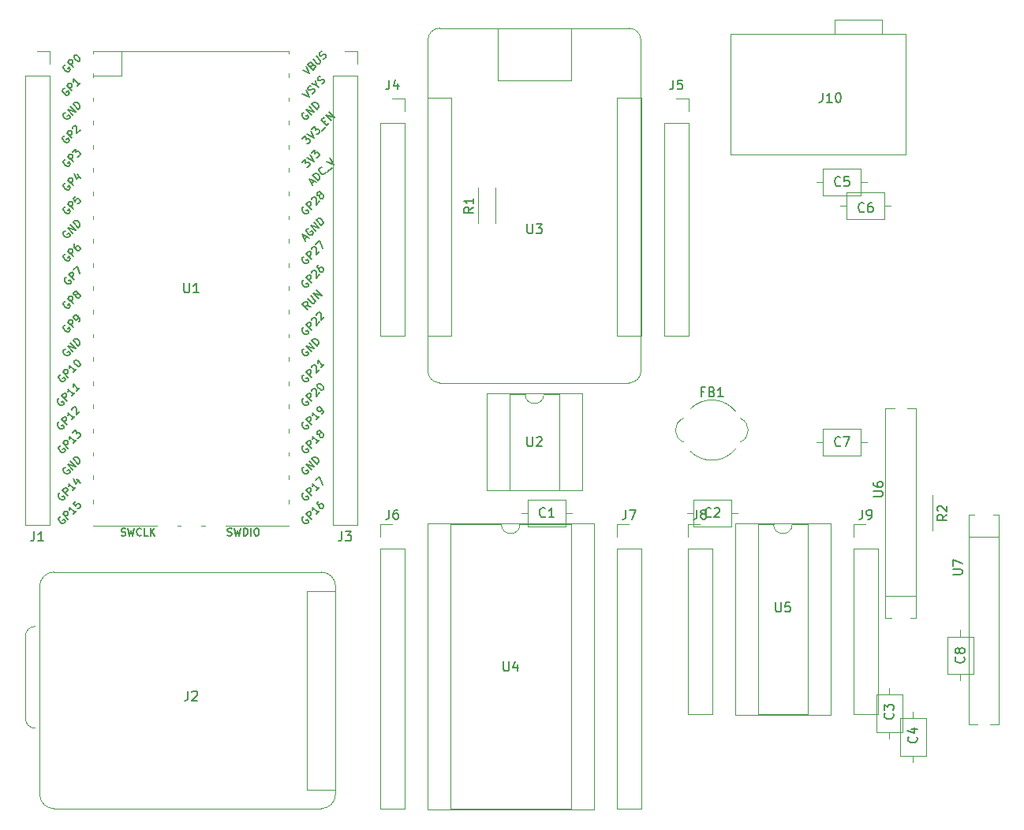
<source format=gbr>
%TF.GenerationSoftware,KiCad,Pcbnew,(6.0.7)*%
%TF.CreationDate,2022-09-18T20:43:17-07:00*%
%TF.ProjectId,module_board,6d6f6475-6c65-45f6-926f-6172642e6b69,rev?*%
%TF.SameCoordinates,Original*%
%TF.FileFunction,Legend,Top*%
%TF.FilePolarity,Positive*%
%FSLAX46Y46*%
G04 Gerber Fmt 4.6, Leading zero omitted, Abs format (unit mm)*
G04 Created by KiCad (PCBNEW (6.0.7)) date 2022-09-18 20:43:17*
%MOMM*%
%LPD*%
G01*
G04 APERTURE LIST*
%ADD10C,0.150000*%
%ADD11C,0.120000*%
G04 APERTURE END LIST*
D10*
%TO.C,U4*%
X155448095Y-107402380D02*
X155448095Y-108211904D01*
X155495714Y-108307142D01*
X155543333Y-108354761D01*
X155638571Y-108402380D01*
X155829047Y-108402380D01*
X155924285Y-108354761D01*
X155971904Y-108307142D01*
X156019523Y-108211904D01*
X156019523Y-107402380D01*
X156924285Y-107735714D02*
X156924285Y-108402380D01*
X156686190Y-107354761D02*
X156448095Y-108069047D01*
X157067142Y-108069047D01*
%TO.C,C1*%
X159913333Y-91797142D02*
X159865714Y-91844761D01*
X159722857Y-91892380D01*
X159627619Y-91892380D01*
X159484761Y-91844761D01*
X159389523Y-91749523D01*
X159341904Y-91654285D01*
X159294285Y-91463809D01*
X159294285Y-91320952D01*
X159341904Y-91130476D01*
X159389523Y-91035238D01*
X159484761Y-90940000D01*
X159627619Y-90892380D01*
X159722857Y-90892380D01*
X159865714Y-90940000D01*
X159913333Y-90987619D01*
X160865714Y-91892380D02*
X160294285Y-91892380D01*
X160580000Y-91892380D02*
X160580000Y-90892380D01*
X160484761Y-91035238D01*
X160389523Y-91130476D01*
X160294285Y-91178095D01*
%TO.C,U2*%
X157988095Y-83272380D02*
X157988095Y-84081904D01*
X158035714Y-84177142D01*
X158083333Y-84224761D01*
X158178571Y-84272380D01*
X158369047Y-84272380D01*
X158464285Y-84224761D01*
X158511904Y-84177142D01*
X158559523Y-84081904D01*
X158559523Y-83272380D01*
X158988095Y-83367619D02*
X159035714Y-83320000D01*
X159130952Y-83272380D01*
X159369047Y-83272380D01*
X159464285Y-83320000D01*
X159511904Y-83367619D01*
X159559523Y-83462857D01*
X159559523Y-83558095D01*
X159511904Y-83700952D01*
X158940476Y-84272380D01*
X159559523Y-84272380D01*
%TO.C,J7*%
X168576666Y-91102380D02*
X168576666Y-91816666D01*
X168529047Y-91959523D01*
X168433809Y-92054761D01*
X168290952Y-92102380D01*
X168195714Y-92102380D01*
X168957619Y-91102380D02*
X169624285Y-91102380D01*
X169195714Y-92102380D01*
%TO.C,J6*%
X143176666Y-91102380D02*
X143176666Y-91816666D01*
X143129047Y-91959523D01*
X143033809Y-92054761D01*
X142890952Y-92102380D01*
X142795714Y-92102380D01*
X144081428Y-91102380D02*
X143890952Y-91102380D01*
X143795714Y-91150000D01*
X143748095Y-91197619D01*
X143652857Y-91340476D01*
X143605238Y-91530952D01*
X143605238Y-91911904D01*
X143652857Y-92007142D01*
X143700476Y-92054761D01*
X143795714Y-92102380D01*
X143986190Y-92102380D01*
X144081428Y-92054761D01*
X144129047Y-92007142D01*
X144176666Y-91911904D01*
X144176666Y-91673809D01*
X144129047Y-91578571D01*
X144081428Y-91530952D01*
X143986190Y-91483333D01*
X143795714Y-91483333D01*
X143700476Y-91530952D01*
X143652857Y-91578571D01*
X143605238Y-91673809D01*
%TO.C,J2*%
X121586666Y-110577380D02*
X121586666Y-111291666D01*
X121539047Y-111434523D01*
X121443809Y-111529761D01*
X121300952Y-111577380D01*
X121205714Y-111577380D01*
X122015238Y-110672619D02*
X122062857Y-110625000D01*
X122158095Y-110577380D01*
X122396190Y-110577380D01*
X122491428Y-110625000D01*
X122539047Y-110672619D01*
X122586666Y-110767857D01*
X122586666Y-110863095D01*
X122539047Y-111005952D01*
X121967619Y-111577380D01*
X122586666Y-111577380D01*
%TO.C,J4*%
X143181666Y-44942380D02*
X143181666Y-45656666D01*
X143134047Y-45799523D01*
X143038809Y-45894761D01*
X142895952Y-45942380D01*
X142800714Y-45942380D01*
X144086428Y-45275714D02*
X144086428Y-45942380D01*
X143848333Y-44894761D02*
X143610238Y-45609047D01*
X144229285Y-45609047D01*
%TO.C,U3*%
X157993095Y-60412380D02*
X157993095Y-61221904D01*
X158040714Y-61317142D01*
X158088333Y-61364761D01*
X158183571Y-61412380D01*
X158374047Y-61412380D01*
X158469285Y-61364761D01*
X158516904Y-61317142D01*
X158564523Y-61221904D01*
X158564523Y-60412380D01*
X158945476Y-60412380D02*
X159564523Y-60412380D01*
X159231190Y-60793333D01*
X159374047Y-60793333D01*
X159469285Y-60840952D01*
X159516904Y-60888571D01*
X159564523Y-60983809D01*
X159564523Y-61221904D01*
X159516904Y-61317142D01*
X159469285Y-61364761D01*
X159374047Y-61412380D01*
X159088333Y-61412380D01*
X158993095Y-61364761D01*
X158945476Y-61317142D01*
%TO.C,J5*%
X173661666Y-44942380D02*
X173661666Y-45656666D01*
X173614047Y-45799523D01*
X173518809Y-45894761D01*
X173375952Y-45942380D01*
X173280714Y-45942380D01*
X174614047Y-44942380D02*
X174137857Y-44942380D01*
X174090238Y-45418571D01*
X174137857Y-45370952D01*
X174233095Y-45323333D01*
X174471190Y-45323333D01*
X174566428Y-45370952D01*
X174614047Y-45418571D01*
X174661666Y-45513809D01*
X174661666Y-45751904D01*
X174614047Y-45847142D01*
X174566428Y-45894761D01*
X174471190Y-45942380D01*
X174233095Y-45942380D01*
X174137857Y-45894761D01*
X174090238Y-45847142D01*
%TO.C,U1*%
X121158095Y-66762380D02*
X121158095Y-67571904D01*
X121205714Y-67667142D01*
X121253333Y-67714761D01*
X121348571Y-67762380D01*
X121539047Y-67762380D01*
X121634285Y-67714761D01*
X121681904Y-67667142D01*
X121729523Y-67571904D01*
X121729523Y-66762380D01*
X122729523Y-67762380D02*
X122158095Y-67762380D01*
X122443809Y-67762380D02*
X122443809Y-66762380D01*
X122348571Y-66905238D01*
X122253333Y-67000476D01*
X122158095Y-67048095D01*
X134017722Y-63900592D02*
X133936910Y-63927529D01*
X133856097Y-64008341D01*
X133802223Y-64116091D01*
X133802223Y-64223841D01*
X133829160Y-64304653D01*
X133909972Y-64439340D01*
X133990784Y-64520152D01*
X134125471Y-64600964D01*
X134206284Y-64627902D01*
X134314033Y-64627902D01*
X134421783Y-64574027D01*
X134475658Y-64520152D01*
X134529532Y-64412402D01*
X134529532Y-64358528D01*
X134340971Y-64169966D01*
X134233221Y-64277715D01*
X134825844Y-64169966D02*
X134260158Y-63604280D01*
X134475658Y-63388781D01*
X134556470Y-63361844D01*
X134610345Y-63361844D01*
X134691157Y-63388781D01*
X134771969Y-63469593D01*
X134798906Y-63550406D01*
X134798906Y-63604280D01*
X134771969Y-63685093D01*
X134556470Y-63900592D01*
X134852781Y-63119407D02*
X134852781Y-63065532D01*
X134879719Y-62984720D01*
X135014406Y-62850033D01*
X135095218Y-62823096D01*
X135149093Y-62823096D01*
X135229905Y-62850033D01*
X135283780Y-62903908D01*
X135337654Y-63011658D01*
X135337654Y-63658155D01*
X135687841Y-63307969D01*
X135310717Y-62553722D02*
X135687841Y-62176598D01*
X136011089Y-62984720D01*
X134758375Y-69253435D02*
X134300439Y-69172622D01*
X134435126Y-69576683D02*
X133869441Y-69010998D01*
X134084940Y-68795499D01*
X134165752Y-68768561D01*
X134219627Y-68768561D01*
X134300439Y-68795499D01*
X134381251Y-68876311D01*
X134408189Y-68957123D01*
X134408189Y-69010998D01*
X134381251Y-69091810D01*
X134165752Y-69307309D01*
X134435126Y-68445312D02*
X134893062Y-68903248D01*
X134973874Y-68930186D01*
X135027749Y-68930186D01*
X135108561Y-68903248D01*
X135216311Y-68795499D01*
X135243248Y-68714687D01*
X135243248Y-68660812D01*
X135216311Y-68579999D01*
X134758375Y-68122064D01*
X135593435Y-68418375D02*
X135027749Y-67852690D01*
X135916683Y-68095126D01*
X135350998Y-67529441D01*
X107909722Y-76590592D02*
X107828910Y-76617529D01*
X107748097Y-76698341D01*
X107694223Y-76806091D01*
X107694223Y-76913841D01*
X107721160Y-76994653D01*
X107801972Y-77129340D01*
X107882784Y-77210152D01*
X108017471Y-77290964D01*
X108098284Y-77317902D01*
X108206033Y-77317902D01*
X108313783Y-77264027D01*
X108367658Y-77210152D01*
X108421532Y-77102402D01*
X108421532Y-77048528D01*
X108232971Y-76859966D01*
X108125221Y-76967715D01*
X108717844Y-76859966D02*
X108152158Y-76294280D01*
X108367658Y-76078781D01*
X108448470Y-76051844D01*
X108502345Y-76051844D01*
X108583157Y-76078781D01*
X108663969Y-76159593D01*
X108690906Y-76240406D01*
X108690906Y-76294280D01*
X108663969Y-76375093D01*
X108448470Y-76590592D01*
X109579841Y-75997969D02*
X109256592Y-76321218D01*
X109418216Y-76159593D02*
X108852531Y-75593908D01*
X108879468Y-75728595D01*
X108879468Y-75836345D01*
X108852531Y-75917157D01*
X109364341Y-75082097D02*
X109418216Y-75028223D01*
X109499028Y-75001285D01*
X109552903Y-75001285D01*
X109633715Y-75028223D01*
X109768402Y-75109035D01*
X109903089Y-75243722D01*
X109983902Y-75378409D01*
X110010839Y-75459221D01*
X110010839Y-75513096D01*
X109983902Y-75593908D01*
X109930027Y-75647783D01*
X109849215Y-75674720D01*
X109795340Y-75674720D01*
X109714528Y-75647783D01*
X109579841Y-75566971D01*
X109445154Y-75432284D01*
X109364341Y-75297597D01*
X109337404Y-75216784D01*
X109337404Y-75162910D01*
X109364341Y-75082097D01*
X108333096Y-45831218D02*
X108252284Y-45858155D01*
X108171471Y-45938967D01*
X108117597Y-46046717D01*
X108117597Y-46154467D01*
X108144534Y-46235279D01*
X108225346Y-46369966D01*
X108306158Y-46450778D01*
X108440845Y-46531590D01*
X108521658Y-46558528D01*
X108629407Y-46558528D01*
X108737157Y-46504653D01*
X108791032Y-46450778D01*
X108844906Y-46343028D01*
X108844906Y-46289154D01*
X108656345Y-46100592D01*
X108548595Y-46208341D01*
X109141218Y-46100592D02*
X108575532Y-45534906D01*
X108791032Y-45319407D01*
X108871844Y-45292470D01*
X108925719Y-45292470D01*
X109006531Y-45319407D01*
X109087343Y-45400219D01*
X109114280Y-45481032D01*
X109114280Y-45534906D01*
X109087343Y-45615719D01*
X108871844Y-45831218D01*
X110003215Y-45238595D02*
X109679966Y-45561844D01*
X109841590Y-45400219D02*
X109275905Y-44834534D01*
X109302842Y-44969221D01*
X109302842Y-45076971D01*
X109275905Y-45157783D01*
X107763722Y-81670592D02*
X107682910Y-81697529D01*
X107602097Y-81778341D01*
X107548223Y-81886091D01*
X107548223Y-81993841D01*
X107575160Y-82074653D01*
X107655972Y-82209340D01*
X107736784Y-82290152D01*
X107871471Y-82370964D01*
X107952284Y-82397902D01*
X108060033Y-82397902D01*
X108167783Y-82344027D01*
X108221658Y-82290152D01*
X108275532Y-82182402D01*
X108275532Y-82128528D01*
X108086971Y-81939966D01*
X107979221Y-82047715D01*
X108571844Y-81939966D02*
X108006158Y-81374280D01*
X108221658Y-81158781D01*
X108302470Y-81131844D01*
X108356345Y-81131844D01*
X108437157Y-81158781D01*
X108517969Y-81239593D01*
X108544906Y-81320406D01*
X108544906Y-81374280D01*
X108517969Y-81455093D01*
X108302470Y-81670592D01*
X109433841Y-81077969D02*
X109110592Y-81401218D01*
X109272216Y-81239593D02*
X108706531Y-80673908D01*
X108733468Y-80808595D01*
X108733468Y-80916345D01*
X108706531Y-80997157D01*
X109137529Y-80350659D02*
X109137529Y-80296784D01*
X109164467Y-80215972D01*
X109299154Y-80081285D01*
X109379966Y-80054348D01*
X109433841Y-80054348D01*
X109514653Y-80081285D01*
X109568528Y-80135160D01*
X109622402Y-80242910D01*
X109622402Y-80889407D01*
X109972589Y-80539221D01*
X133840473Y-46379966D02*
X134594720Y-46757089D01*
X134217597Y-46002842D01*
X134917969Y-46379966D02*
X135025719Y-46326091D01*
X135160406Y-46191404D01*
X135187343Y-46110592D01*
X135187343Y-46056717D01*
X135160406Y-45975905D01*
X135106531Y-45922030D01*
X135025719Y-45895093D01*
X134971844Y-45895093D01*
X134891032Y-45922030D01*
X134756345Y-46002842D01*
X134675532Y-46029780D01*
X134621658Y-46029780D01*
X134540845Y-46002842D01*
X134486971Y-45948967D01*
X134460033Y-45868155D01*
X134460033Y-45814280D01*
X134486971Y-45733468D01*
X134621658Y-45598781D01*
X134729407Y-45544906D01*
X135348967Y-45464094D02*
X135618341Y-45733468D01*
X134864094Y-45356345D02*
X135348967Y-45464094D01*
X135241218Y-44979221D01*
X135941590Y-45356345D02*
X136049340Y-45302470D01*
X136184027Y-45167783D01*
X136210964Y-45086971D01*
X136210964Y-45033096D01*
X136184027Y-44952284D01*
X136130152Y-44898409D01*
X136049340Y-44871471D01*
X135995465Y-44871471D01*
X135914653Y-44898409D01*
X135779966Y-44979221D01*
X135699154Y-45006158D01*
X135645279Y-45006158D01*
X135564467Y-44979221D01*
X135510592Y-44925346D01*
X135483654Y-44844534D01*
X135483654Y-44790659D01*
X135510592Y-44709847D01*
X135645279Y-44575160D01*
X135753028Y-44521285D01*
X107863722Y-89290592D02*
X107782910Y-89317529D01*
X107702097Y-89398341D01*
X107648223Y-89506091D01*
X107648223Y-89613841D01*
X107675160Y-89694653D01*
X107755972Y-89829340D01*
X107836784Y-89910152D01*
X107971471Y-89990964D01*
X108052284Y-90017902D01*
X108160033Y-90017902D01*
X108267783Y-89964027D01*
X108321658Y-89910152D01*
X108375532Y-89802402D01*
X108375532Y-89748528D01*
X108186971Y-89559966D01*
X108079221Y-89667715D01*
X108671844Y-89559966D02*
X108106158Y-88994280D01*
X108321658Y-88778781D01*
X108402470Y-88751844D01*
X108456345Y-88751844D01*
X108537157Y-88778781D01*
X108617969Y-88859593D01*
X108644906Y-88940406D01*
X108644906Y-88994280D01*
X108617969Y-89075093D01*
X108402470Y-89290592D01*
X109533841Y-88697969D02*
X109210592Y-89021218D01*
X109372216Y-88859593D02*
X108806531Y-88293908D01*
X108833468Y-88428595D01*
X108833468Y-88536345D01*
X108806531Y-88617157D01*
X109641590Y-87835972D02*
X110018714Y-88213096D01*
X109291404Y-87755160D02*
X109560778Y-88293908D01*
X109910964Y-87943722D01*
X108406158Y-73808155D02*
X108325346Y-73835093D01*
X108244534Y-73915905D01*
X108190659Y-74023654D01*
X108190659Y-74131404D01*
X108217597Y-74212216D01*
X108298409Y-74346903D01*
X108379221Y-74427715D01*
X108513908Y-74508528D01*
X108594720Y-74535465D01*
X108702470Y-74535465D01*
X108810219Y-74481590D01*
X108864094Y-74427715D01*
X108917969Y-74319966D01*
X108917969Y-74266091D01*
X108729407Y-74077529D01*
X108621658Y-74185279D01*
X109214280Y-74077529D02*
X108648595Y-73511844D01*
X109537529Y-73754280D01*
X108971844Y-73188595D01*
X109806903Y-73484906D02*
X109241218Y-72919221D01*
X109375905Y-72784534D01*
X109483654Y-72730659D01*
X109591404Y-72730659D01*
X109672216Y-72757597D01*
X109806903Y-72838409D01*
X109887715Y-72919221D01*
X109968528Y-73053908D01*
X109995465Y-73134720D01*
X109995465Y-73242470D01*
X109941590Y-73350219D01*
X109806903Y-73484906D01*
X134017722Y-71510592D02*
X133936910Y-71537529D01*
X133856097Y-71618341D01*
X133802223Y-71726091D01*
X133802223Y-71833841D01*
X133829160Y-71914653D01*
X133909972Y-72049340D01*
X133990784Y-72130152D01*
X134125471Y-72210964D01*
X134206284Y-72237902D01*
X134314033Y-72237902D01*
X134421783Y-72184027D01*
X134475658Y-72130152D01*
X134529532Y-72022402D01*
X134529532Y-71968528D01*
X134340971Y-71779966D01*
X134233221Y-71887715D01*
X134825844Y-71779966D02*
X134260158Y-71214280D01*
X134475658Y-70998781D01*
X134556470Y-70971844D01*
X134610345Y-70971844D01*
X134691157Y-70998781D01*
X134771969Y-71079593D01*
X134798906Y-71160406D01*
X134798906Y-71214280D01*
X134771969Y-71295093D01*
X134556470Y-71510592D01*
X134852781Y-70729407D02*
X134852781Y-70675532D01*
X134879719Y-70594720D01*
X135014406Y-70460033D01*
X135095218Y-70433096D01*
X135149093Y-70433096D01*
X135229905Y-70460033D01*
X135283780Y-70513908D01*
X135337654Y-70621658D01*
X135337654Y-71268155D01*
X135687841Y-70917969D01*
X135391529Y-70190659D02*
X135391529Y-70136784D01*
X135418467Y-70055972D01*
X135553154Y-69921285D01*
X135633966Y-69894348D01*
X135687841Y-69894348D01*
X135768653Y-69921285D01*
X135822528Y-69975160D01*
X135876402Y-70082910D01*
X135876402Y-70729407D01*
X136226589Y-70379221D01*
X134017722Y-76600592D02*
X133936910Y-76627529D01*
X133856097Y-76708341D01*
X133802223Y-76816091D01*
X133802223Y-76923841D01*
X133829160Y-77004653D01*
X133909972Y-77139340D01*
X133990784Y-77220152D01*
X134125471Y-77300964D01*
X134206284Y-77327902D01*
X134314033Y-77327902D01*
X134421783Y-77274027D01*
X134475658Y-77220152D01*
X134529532Y-77112402D01*
X134529532Y-77058528D01*
X134340971Y-76869966D01*
X134233221Y-76977715D01*
X134825844Y-76869966D02*
X134260158Y-76304280D01*
X134475658Y-76088781D01*
X134556470Y-76061844D01*
X134610345Y-76061844D01*
X134691157Y-76088781D01*
X134771969Y-76169593D01*
X134798906Y-76250406D01*
X134798906Y-76304280D01*
X134771969Y-76385093D01*
X134556470Y-76600592D01*
X134852781Y-75819407D02*
X134852781Y-75765532D01*
X134879719Y-75684720D01*
X135014406Y-75550033D01*
X135095218Y-75523096D01*
X135149093Y-75523096D01*
X135229905Y-75550033D01*
X135283780Y-75603908D01*
X135337654Y-75711658D01*
X135337654Y-76358155D01*
X135687841Y-76007969D01*
X136226589Y-75469221D02*
X135903340Y-75792470D01*
X136064964Y-75630845D02*
X135499279Y-75065160D01*
X135526216Y-75199847D01*
X135526216Y-75307597D01*
X135499279Y-75388409D01*
X108433096Y-63621218D02*
X108352284Y-63648155D01*
X108271471Y-63728967D01*
X108217597Y-63836717D01*
X108217597Y-63944467D01*
X108244534Y-64025279D01*
X108325346Y-64159966D01*
X108406158Y-64240778D01*
X108540845Y-64321590D01*
X108621658Y-64348528D01*
X108729407Y-64348528D01*
X108837157Y-64294653D01*
X108891032Y-64240778D01*
X108944906Y-64133028D01*
X108944906Y-64079154D01*
X108756345Y-63890592D01*
X108648595Y-63998341D01*
X109241218Y-63890592D02*
X108675532Y-63324906D01*
X108891032Y-63109407D01*
X108971844Y-63082470D01*
X109025719Y-63082470D01*
X109106531Y-63109407D01*
X109187343Y-63190219D01*
X109214280Y-63271032D01*
X109214280Y-63324906D01*
X109187343Y-63405719D01*
X108971844Y-63621218D01*
X109483654Y-62516784D02*
X109375905Y-62624534D01*
X109348967Y-62705346D01*
X109348967Y-62759221D01*
X109375905Y-62893908D01*
X109456717Y-63028595D01*
X109672216Y-63244094D01*
X109753028Y-63271032D01*
X109806903Y-63271032D01*
X109887715Y-63244094D01*
X109995465Y-63136345D01*
X110022402Y-63055532D01*
X110022402Y-63001658D01*
X109995465Y-62920845D01*
X109860778Y-62786158D01*
X109779966Y-62759221D01*
X109726091Y-62759221D01*
X109645279Y-62786158D01*
X109537529Y-62893908D01*
X109510592Y-62974720D01*
X109510592Y-63028595D01*
X109537529Y-63109407D01*
X134017722Y-84210592D02*
X133936910Y-84237529D01*
X133856097Y-84318341D01*
X133802223Y-84426091D01*
X133802223Y-84533841D01*
X133829160Y-84614653D01*
X133909972Y-84749340D01*
X133990784Y-84830152D01*
X134125471Y-84910964D01*
X134206284Y-84937902D01*
X134314033Y-84937902D01*
X134421783Y-84884027D01*
X134475658Y-84830152D01*
X134529532Y-84722402D01*
X134529532Y-84668528D01*
X134340971Y-84479966D01*
X134233221Y-84587715D01*
X134825844Y-84479966D02*
X134260158Y-83914280D01*
X134475658Y-83698781D01*
X134556470Y-83671844D01*
X134610345Y-83671844D01*
X134691157Y-83698781D01*
X134771969Y-83779593D01*
X134798906Y-83860406D01*
X134798906Y-83914280D01*
X134771969Y-83995093D01*
X134556470Y-84210592D01*
X135687841Y-83617969D02*
X135364592Y-83941218D01*
X135526216Y-83779593D02*
X134960531Y-83213908D01*
X134987468Y-83348595D01*
X134987468Y-83456345D01*
X134960531Y-83537157D01*
X135687841Y-82971471D02*
X135607028Y-82998409D01*
X135553154Y-82998409D01*
X135472341Y-82971471D01*
X135445404Y-82944534D01*
X135418467Y-82863722D01*
X135418467Y-82809847D01*
X135445404Y-82729035D01*
X135553154Y-82621285D01*
X135633966Y-82594348D01*
X135687841Y-82594348D01*
X135768653Y-82621285D01*
X135795590Y-82648223D01*
X135822528Y-82729035D01*
X135822528Y-82782910D01*
X135795590Y-82863722D01*
X135687841Y-82971471D01*
X135660903Y-83052284D01*
X135660903Y-83106158D01*
X135687841Y-83186971D01*
X135795590Y-83294720D01*
X135876402Y-83321658D01*
X135930277Y-83321658D01*
X136011089Y-83294720D01*
X136118839Y-83186971D01*
X136145776Y-83106158D01*
X136145776Y-83052284D01*
X136118839Y-82971471D01*
X136011089Y-82863722D01*
X135930277Y-82836784D01*
X135876402Y-82836784D01*
X135795590Y-82863722D01*
X108333096Y-50921218D02*
X108252284Y-50948155D01*
X108171471Y-51028967D01*
X108117597Y-51136717D01*
X108117597Y-51244467D01*
X108144534Y-51325279D01*
X108225346Y-51459966D01*
X108306158Y-51540778D01*
X108440845Y-51621590D01*
X108521658Y-51648528D01*
X108629407Y-51648528D01*
X108737157Y-51594653D01*
X108791032Y-51540778D01*
X108844906Y-51433028D01*
X108844906Y-51379154D01*
X108656345Y-51190592D01*
X108548595Y-51298341D01*
X109141218Y-51190592D02*
X108575532Y-50624906D01*
X108791032Y-50409407D01*
X108871844Y-50382470D01*
X108925719Y-50382470D01*
X109006531Y-50409407D01*
X109087343Y-50490219D01*
X109114280Y-50571032D01*
X109114280Y-50624906D01*
X109087343Y-50705719D01*
X108871844Y-50921218D01*
X109168155Y-50140033D02*
X109168155Y-50086158D01*
X109195093Y-50005346D01*
X109329780Y-49870659D01*
X109410592Y-49843722D01*
X109464467Y-49843722D01*
X109545279Y-49870659D01*
X109599154Y-49924534D01*
X109653028Y-50032284D01*
X109653028Y-50678781D01*
X110003215Y-50328595D01*
X134017722Y-81670592D02*
X133936910Y-81697529D01*
X133856097Y-81778341D01*
X133802223Y-81886091D01*
X133802223Y-81993841D01*
X133829160Y-82074653D01*
X133909972Y-82209340D01*
X133990784Y-82290152D01*
X134125471Y-82370964D01*
X134206284Y-82397902D01*
X134314033Y-82397902D01*
X134421783Y-82344027D01*
X134475658Y-82290152D01*
X134529532Y-82182402D01*
X134529532Y-82128528D01*
X134340971Y-81939966D01*
X134233221Y-82047715D01*
X134825844Y-81939966D02*
X134260158Y-81374280D01*
X134475658Y-81158781D01*
X134556470Y-81131844D01*
X134610345Y-81131844D01*
X134691157Y-81158781D01*
X134771969Y-81239593D01*
X134798906Y-81320406D01*
X134798906Y-81374280D01*
X134771969Y-81455093D01*
X134556470Y-81670592D01*
X135687841Y-81077969D02*
X135364592Y-81401218D01*
X135526216Y-81239593D02*
X134960531Y-80673908D01*
X134987468Y-80808595D01*
X134987468Y-80916345D01*
X134960531Y-80997157D01*
X135957215Y-80808595D02*
X136064964Y-80700845D01*
X136091902Y-80620033D01*
X136091902Y-80566158D01*
X136064964Y-80431471D01*
X135984152Y-80296784D01*
X135768653Y-80081285D01*
X135687841Y-80054348D01*
X135633966Y-80054348D01*
X135553154Y-80081285D01*
X135445404Y-80189035D01*
X135418467Y-80269847D01*
X135418467Y-80323722D01*
X135445404Y-80404534D01*
X135580091Y-80539221D01*
X135660903Y-80566158D01*
X135714778Y-80566158D01*
X135795590Y-80539221D01*
X135903340Y-80431471D01*
X135930277Y-80350659D01*
X135930277Y-80296784D01*
X135903340Y-80215972D01*
X134017722Y-79130592D02*
X133936910Y-79157529D01*
X133856097Y-79238341D01*
X133802223Y-79346091D01*
X133802223Y-79453841D01*
X133829160Y-79534653D01*
X133909972Y-79669340D01*
X133990784Y-79750152D01*
X134125471Y-79830964D01*
X134206284Y-79857902D01*
X134314033Y-79857902D01*
X134421783Y-79804027D01*
X134475658Y-79750152D01*
X134529532Y-79642402D01*
X134529532Y-79588528D01*
X134340971Y-79399966D01*
X134233221Y-79507715D01*
X134825844Y-79399966D02*
X134260158Y-78834280D01*
X134475658Y-78618781D01*
X134556470Y-78591844D01*
X134610345Y-78591844D01*
X134691157Y-78618781D01*
X134771969Y-78699593D01*
X134798906Y-78780406D01*
X134798906Y-78834280D01*
X134771969Y-78915093D01*
X134556470Y-79130592D01*
X134852781Y-78349407D02*
X134852781Y-78295532D01*
X134879719Y-78214720D01*
X135014406Y-78080033D01*
X135095218Y-78053096D01*
X135149093Y-78053096D01*
X135229905Y-78080033D01*
X135283780Y-78133908D01*
X135337654Y-78241658D01*
X135337654Y-78888155D01*
X135687841Y-78537969D01*
X135472341Y-77622097D02*
X135526216Y-77568223D01*
X135607028Y-77541285D01*
X135660903Y-77541285D01*
X135741715Y-77568223D01*
X135876402Y-77649035D01*
X136011089Y-77783722D01*
X136091902Y-77918409D01*
X136118839Y-77999221D01*
X136118839Y-78053096D01*
X136091902Y-78133908D01*
X136038027Y-78187783D01*
X135957215Y-78214720D01*
X135903340Y-78214720D01*
X135822528Y-78187783D01*
X135687841Y-78106971D01*
X135553154Y-77972284D01*
X135472341Y-77837597D01*
X135445404Y-77756784D01*
X135445404Y-77702910D01*
X135472341Y-77622097D01*
X108406158Y-48408155D02*
X108325346Y-48435093D01*
X108244534Y-48515905D01*
X108190659Y-48623654D01*
X108190659Y-48731404D01*
X108217597Y-48812216D01*
X108298409Y-48946903D01*
X108379221Y-49027715D01*
X108513908Y-49108528D01*
X108594720Y-49135465D01*
X108702470Y-49135465D01*
X108810219Y-49081590D01*
X108864094Y-49027715D01*
X108917969Y-48919966D01*
X108917969Y-48866091D01*
X108729407Y-48677529D01*
X108621658Y-48785279D01*
X109214280Y-48677529D02*
X108648595Y-48111844D01*
X109537529Y-48354280D01*
X108971844Y-47788595D01*
X109806903Y-48084906D02*
X109241218Y-47519221D01*
X109375905Y-47384534D01*
X109483654Y-47330659D01*
X109591404Y-47330659D01*
X109672216Y-47357597D01*
X109806903Y-47438409D01*
X109887715Y-47519221D01*
X109968528Y-47653908D01*
X109995465Y-47734720D01*
X109995465Y-47842470D01*
X109941590Y-47950219D01*
X109806903Y-48084906D01*
X108406158Y-86508155D02*
X108325346Y-86535093D01*
X108244534Y-86615905D01*
X108190659Y-86723654D01*
X108190659Y-86831404D01*
X108217597Y-86912216D01*
X108298409Y-87046903D01*
X108379221Y-87127715D01*
X108513908Y-87208528D01*
X108594720Y-87235465D01*
X108702470Y-87235465D01*
X108810219Y-87181590D01*
X108864094Y-87127715D01*
X108917969Y-87019966D01*
X108917969Y-86966091D01*
X108729407Y-86777529D01*
X108621658Y-86885279D01*
X109214280Y-86777529D02*
X108648595Y-86211844D01*
X109537529Y-86454280D01*
X108971844Y-85888595D01*
X109806903Y-86184906D02*
X109241218Y-85619221D01*
X109375905Y-85484534D01*
X109483654Y-85430659D01*
X109591404Y-85430659D01*
X109672216Y-85457597D01*
X109806903Y-85538409D01*
X109887715Y-85619221D01*
X109968528Y-85753908D01*
X109995465Y-85834720D01*
X109995465Y-85942470D01*
X109941590Y-86050219D01*
X109806903Y-86184906D01*
X108433096Y-53461218D02*
X108352284Y-53488155D01*
X108271471Y-53568967D01*
X108217597Y-53676717D01*
X108217597Y-53784467D01*
X108244534Y-53865279D01*
X108325346Y-53999966D01*
X108406158Y-54080778D01*
X108540845Y-54161590D01*
X108621658Y-54188528D01*
X108729407Y-54188528D01*
X108837157Y-54134653D01*
X108891032Y-54080778D01*
X108944906Y-53973028D01*
X108944906Y-53919154D01*
X108756345Y-53730592D01*
X108648595Y-53838341D01*
X109241218Y-53730592D02*
X108675532Y-53164906D01*
X108891032Y-52949407D01*
X108971844Y-52922470D01*
X109025719Y-52922470D01*
X109106531Y-52949407D01*
X109187343Y-53030219D01*
X109214280Y-53111032D01*
X109214280Y-53164906D01*
X109187343Y-53245719D01*
X108971844Y-53461218D01*
X109187343Y-52653096D02*
X109537529Y-52302910D01*
X109564467Y-52706971D01*
X109645279Y-52626158D01*
X109726091Y-52599221D01*
X109779966Y-52599221D01*
X109860778Y-52626158D01*
X109995465Y-52760845D01*
X110022402Y-52841658D01*
X110022402Y-52895532D01*
X109995465Y-52976345D01*
X109833841Y-53137969D01*
X109753028Y-53164906D01*
X109699154Y-53164906D01*
X108433096Y-43301218D02*
X108352284Y-43328155D01*
X108271471Y-43408967D01*
X108217597Y-43516717D01*
X108217597Y-43624467D01*
X108244534Y-43705279D01*
X108325346Y-43839966D01*
X108406158Y-43920778D01*
X108540845Y-44001590D01*
X108621658Y-44028528D01*
X108729407Y-44028528D01*
X108837157Y-43974653D01*
X108891032Y-43920778D01*
X108944906Y-43813028D01*
X108944906Y-43759154D01*
X108756345Y-43570592D01*
X108648595Y-43678341D01*
X109241218Y-43570592D02*
X108675532Y-43004906D01*
X108891032Y-42789407D01*
X108971844Y-42762470D01*
X109025719Y-42762470D01*
X109106531Y-42789407D01*
X109187343Y-42870219D01*
X109214280Y-42951032D01*
X109214280Y-43004906D01*
X109187343Y-43085719D01*
X108971844Y-43301218D01*
X109348967Y-42331471D02*
X109402842Y-42277597D01*
X109483654Y-42250659D01*
X109537529Y-42250659D01*
X109618341Y-42277597D01*
X109753028Y-42358409D01*
X109887715Y-42493096D01*
X109968528Y-42627783D01*
X109995465Y-42708595D01*
X109995465Y-42762470D01*
X109968528Y-42843282D01*
X109914653Y-42897157D01*
X109833841Y-42924094D01*
X109779966Y-42924094D01*
X109699154Y-42897157D01*
X109564467Y-42816345D01*
X109429780Y-42681658D01*
X109348967Y-42546971D01*
X109322030Y-42466158D01*
X109322030Y-42412284D01*
X109348967Y-42331471D01*
X108433096Y-58541218D02*
X108352284Y-58568155D01*
X108271471Y-58648967D01*
X108217597Y-58756717D01*
X108217597Y-58864467D01*
X108244534Y-58945279D01*
X108325346Y-59079966D01*
X108406158Y-59160778D01*
X108540845Y-59241590D01*
X108621658Y-59268528D01*
X108729407Y-59268528D01*
X108837157Y-59214653D01*
X108891032Y-59160778D01*
X108944906Y-59053028D01*
X108944906Y-58999154D01*
X108756345Y-58810592D01*
X108648595Y-58918341D01*
X109241218Y-58810592D02*
X108675532Y-58244906D01*
X108891032Y-58029407D01*
X108971844Y-58002470D01*
X109025719Y-58002470D01*
X109106531Y-58029407D01*
X109187343Y-58110219D01*
X109214280Y-58191032D01*
X109214280Y-58244906D01*
X109187343Y-58325719D01*
X108971844Y-58541218D01*
X109510592Y-57409847D02*
X109241218Y-57679221D01*
X109483654Y-57975532D01*
X109483654Y-57921658D01*
X109510592Y-57840845D01*
X109645279Y-57706158D01*
X109726091Y-57679221D01*
X109779966Y-57679221D01*
X109860778Y-57706158D01*
X109995465Y-57840845D01*
X110022402Y-57921658D01*
X110022402Y-57975532D01*
X109995465Y-58056345D01*
X109860778Y-58191032D01*
X109779966Y-58217969D01*
X109726091Y-58217969D01*
X125824761Y-93833809D02*
X125939047Y-93871904D01*
X126129523Y-93871904D01*
X126205714Y-93833809D01*
X126243809Y-93795714D01*
X126281904Y-93719523D01*
X126281904Y-93643333D01*
X126243809Y-93567142D01*
X126205714Y-93529047D01*
X126129523Y-93490952D01*
X125977142Y-93452857D01*
X125900952Y-93414761D01*
X125862857Y-93376666D01*
X125824761Y-93300476D01*
X125824761Y-93224285D01*
X125862857Y-93148095D01*
X125900952Y-93110000D01*
X125977142Y-93071904D01*
X126167619Y-93071904D01*
X126281904Y-93110000D01*
X126548571Y-93071904D02*
X126739047Y-93871904D01*
X126891428Y-93300476D01*
X127043809Y-93871904D01*
X127234285Y-93071904D01*
X127539047Y-93871904D02*
X127539047Y-93071904D01*
X127729523Y-93071904D01*
X127843809Y-93110000D01*
X127920000Y-93186190D01*
X127958095Y-93262380D01*
X127996190Y-93414761D01*
X127996190Y-93529047D01*
X127958095Y-93681428D01*
X127920000Y-93757619D01*
X127843809Y-93833809D01*
X127729523Y-93871904D01*
X127539047Y-93871904D01*
X128339047Y-93871904D02*
X128339047Y-93071904D01*
X128872380Y-93071904D02*
X129024761Y-93071904D01*
X129100952Y-93110000D01*
X129177142Y-93186190D01*
X129215238Y-93338571D01*
X129215238Y-93605238D01*
X129177142Y-93757619D01*
X129100952Y-93833809D01*
X129024761Y-93871904D01*
X128872380Y-93871904D01*
X128796190Y-93833809D01*
X128720000Y-93757619D01*
X128681904Y-93605238D01*
X128681904Y-93338571D01*
X128720000Y-93186190D01*
X128796190Y-93110000D01*
X128872380Y-93071904D01*
X108433096Y-71241218D02*
X108352284Y-71268155D01*
X108271471Y-71348967D01*
X108217597Y-71456717D01*
X108217597Y-71564467D01*
X108244534Y-71645279D01*
X108325346Y-71779966D01*
X108406158Y-71860778D01*
X108540845Y-71941590D01*
X108621658Y-71968528D01*
X108729407Y-71968528D01*
X108837157Y-71914653D01*
X108891032Y-71860778D01*
X108944906Y-71753028D01*
X108944906Y-71699154D01*
X108756345Y-71510592D01*
X108648595Y-71618341D01*
X109241218Y-71510592D02*
X108675532Y-70944906D01*
X108891032Y-70729407D01*
X108971844Y-70702470D01*
X109025719Y-70702470D01*
X109106531Y-70729407D01*
X109187343Y-70810219D01*
X109214280Y-70891032D01*
X109214280Y-70944906D01*
X109187343Y-71025719D01*
X108971844Y-71241218D01*
X109833841Y-70917969D02*
X109941590Y-70810219D01*
X109968528Y-70729407D01*
X109968528Y-70675532D01*
X109941590Y-70540845D01*
X109860778Y-70406158D01*
X109645279Y-70190659D01*
X109564467Y-70163722D01*
X109510592Y-70163722D01*
X109429780Y-70190659D01*
X109322030Y-70298409D01*
X109295093Y-70379221D01*
X109295093Y-70433096D01*
X109322030Y-70513908D01*
X109456717Y-70648595D01*
X109537529Y-70675532D01*
X109591404Y-70675532D01*
X109672216Y-70648595D01*
X109779966Y-70540845D01*
X109806903Y-70460033D01*
X109806903Y-70406158D01*
X109779966Y-70325346D01*
X134017722Y-58556592D02*
X133936910Y-58583529D01*
X133856097Y-58664341D01*
X133802223Y-58772091D01*
X133802223Y-58879841D01*
X133829160Y-58960653D01*
X133909972Y-59095340D01*
X133990784Y-59176152D01*
X134125471Y-59256964D01*
X134206284Y-59283902D01*
X134314033Y-59283902D01*
X134421783Y-59230027D01*
X134475658Y-59176152D01*
X134529532Y-59068402D01*
X134529532Y-59014528D01*
X134340971Y-58825966D01*
X134233221Y-58933715D01*
X134825844Y-58825966D02*
X134260158Y-58260280D01*
X134475658Y-58044781D01*
X134556470Y-58017844D01*
X134610345Y-58017844D01*
X134691157Y-58044781D01*
X134771969Y-58125593D01*
X134798906Y-58206406D01*
X134798906Y-58260280D01*
X134771969Y-58341093D01*
X134556470Y-58556592D01*
X134852781Y-57775407D02*
X134852781Y-57721532D01*
X134879719Y-57640720D01*
X135014406Y-57506033D01*
X135095218Y-57479096D01*
X135149093Y-57479096D01*
X135229905Y-57506033D01*
X135283780Y-57559908D01*
X135337654Y-57667658D01*
X135337654Y-58314155D01*
X135687841Y-57963969D01*
X135687841Y-57317471D02*
X135607028Y-57344409D01*
X135553154Y-57344409D01*
X135472341Y-57317471D01*
X135445404Y-57290534D01*
X135418467Y-57209722D01*
X135418467Y-57155847D01*
X135445404Y-57075035D01*
X135553154Y-56967285D01*
X135633966Y-56940348D01*
X135687841Y-56940348D01*
X135768653Y-56967285D01*
X135795590Y-56994223D01*
X135822528Y-57075035D01*
X135822528Y-57128910D01*
X135795590Y-57209722D01*
X135687841Y-57317471D01*
X135660903Y-57398284D01*
X135660903Y-57452158D01*
X135687841Y-57532971D01*
X135795590Y-57640720D01*
X135876402Y-57667658D01*
X135930277Y-57667658D01*
X136011089Y-57640720D01*
X136118839Y-57532971D01*
X136145776Y-57452158D01*
X136145776Y-57398284D01*
X136118839Y-57317471D01*
X136011089Y-57209722D01*
X135930277Y-57182784D01*
X135876402Y-57182784D01*
X135795590Y-57209722D01*
X108406158Y-61108155D02*
X108325346Y-61135093D01*
X108244534Y-61215905D01*
X108190659Y-61323654D01*
X108190659Y-61431404D01*
X108217597Y-61512216D01*
X108298409Y-61646903D01*
X108379221Y-61727715D01*
X108513908Y-61808528D01*
X108594720Y-61835465D01*
X108702470Y-61835465D01*
X108810219Y-61781590D01*
X108864094Y-61727715D01*
X108917969Y-61619966D01*
X108917969Y-61566091D01*
X108729407Y-61377529D01*
X108621658Y-61485279D01*
X109214280Y-61377529D02*
X108648595Y-60811844D01*
X109537529Y-61054280D01*
X108971844Y-60488595D01*
X109806903Y-60784906D02*
X109241218Y-60219221D01*
X109375905Y-60084534D01*
X109483654Y-60030659D01*
X109591404Y-60030659D01*
X109672216Y-60057597D01*
X109806903Y-60138409D01*
X109887715Y-60219221D01*
X109968528Y-60353908D01*
X109995465Y-60434720D01*
X109995465Y-60542470D01*
X109941590Y-60650219D01*
X109806903Y-60784906D01*
X134006158Y-73808155D02*
X133925346Y-73835093D01*
X133844534Y-73915905D01*
X133790659Y-74023654D01*
X133790659Y-74131404D01*
X133817597Y-74212216D01*
X133898409Y-74346903D01*
X133979221Y-74427715D01*
X134113908Y-74508528D01*
X134194720Y-74535465D01*
X134302470Y-74535465D01*
X134410219Y-74481590D01*
X134464094Y-74427715D01*
X134517969Y-74319966D01*
X134517969Y-74266091D01*
X134329407Y-74077529D01*
X134221658Y-74185279D01*
X134814280Y-74077529D02*
X134248595Y-73511844D01*
X135137529Y-73754280D01*
X134571844Y-73188595D01*
X135406903Y-73484906D02*
X134841218Y-72919221D01*
X134975905Y-72784534D01*
X135083654Y-72730659D01*
X135191404Y-72730659D01*
X135272216Y-72757597D01*
X135406903Y-72838409D01*
X135487715Y-72919221D01*
X135568528Y-73053908D01*
X135595465Y-73134720D01*
X135595465Y-73242470D01*
X135541590Y-73350219D01*
X135406903Y-73484906D01*
X134017722Y-91830592D02*
X133936910Y-91857529D01*
X133856097Y-91938341D01*
X133802223Y-92046091D01*
X133802223Y-92153841D01*
X133829160Y-92234653D01*
X133909972Y-92369340D01*
X133990784Y-92450152D01*
X134125471Y-92530964D01*
X134206284Y-92557902D01*
X134314033Y-92557902D01*
X134421783Y-92504027D01*
X134475658Y-92450152D01*
X134529532Y-92342402D01*
X134529532Y-92288528D01*
X134340971Y-92099966D01*
X134233221Y-92207715D01*
X134825844Y-92099966D02*
X134260158Y-91534280D01*
X134475658Y-91318781D01*
X134556470Y-91291844D01*
X134610345Y-91291844D01*
X134691157Y-91318781D01*
X134771969Y-91399593D01*
X134798906Y-91480406D01*
X134798906Y-91534280D01*
X134771969Y-91615093D01*
X134556470Y-91830592D01*
X135687841Y-91237969D02*
X135364592Y-91561218D01*
X135526216Y-91399593D02*
X134960531Y-90833908D01*
X134987468Y-90968595D01*
X134987468Y-91076345D01*
X134960531Y-91157157D01*
X135607028Y-90187410D02*
X135499279Y-90295160D01*
X135472341Y-90375972D01*
X135472341Y-90429847D01*
X135499279Y-90564534D01*
X135580091Y-90699221D01*
X135795590Y-90914720D01*
X135876402Y-90941658D01*
X135930277Y-90941658D01*
X136011089Y-90914720D01*
X136118839Y-90806971D01*
X136145776Y-90726158D01*
X136145776Y-90672284D01*
X136118839Y-90591471D01*
X135984152Y-90456784D01*
X135903340Y-90429847D01*
X135849465Y-90429847D01*
X135768653Y-90456784D01*
X135660903Y-90564534D01*
X135633966Y-90645346D01*
X135633966Y-90699221D01*
X135660903Y-90780033D01*
X108433096Y-68701218D02*
X108352284Y-68728155D01*
X108271471Y-68808967D01*
X108217597Y-68916717D01*
X108217597Y-69024467D01*
X108244534Y-69105279D01*
X108325346Y-69239966D01*
X108406158Y-69320778D01*
X108540845Y-69401590D01*
X108621658Y-69428528D01*
X108729407Y-69428528D01*
X108837157Y-69374653D01*
X108891032Y-69320778D01*
X108944906Y-69213028D01*
X108944906Y-69159154D01*
X108756345Y-68970592D01*
X108648595Y-69078341D01*
X109241218Y-68970592D02*
X108675532Y-68404906D01*
X108891032Y-68189407D01*
X108971844Y-68162470D01*
X109025719Y-68162470D01*
X109106531Y-68189407D01*
X109187343Y-68270219D01*
X109214280Y-68351032D01*
X109214280Y-68404906D01*
X109187343Y-68485719D01*
X108971844Y-68701218D01*
X109564467Y-68000845D02*
X109483654Y-68027783D01*
X109429780Y-68027783D01*
X109348967Y-68000845D01*
X109322030Y-67973908D01*
X109295093Y-67893096D01*
X109295093Y-67839221D01*
X109322030Y-67758409D01*
X109429780Y-67650659D01*
X109510592Y-67623722D01*
X109564467Y-67623722D01*
X109645279Y-67650659D01*
X109672216Y-67677597D01*
X109699154Y-67758409D01*
X109699154Y-67812284D01*
X109672216Y-67893096D01*
X109564467Y-68000845D01*
X109537529Y-68081658D01*
X109537529Y-68135532D01*
X109564467Y-68216345D01*
X109672216Y-68324094D01*
X109753028Y-68351032D01*
X109806903Y-68351032D01*
X109887715Y-68324094D01*
X109995465Y-68216345D01*
X110022402Y-68135532D01*
X110022402Y-68081658D01*
X109995465Y-68000845D01*
X109887715Y-67893096D01*
X109806903Y-67866158D01*
X109753028Y-67866158D01*
X109672216Y-67893096D01*
X133809847Y-53800592D02*
X134160033Y-53450406D01*
X134186971Y-53854467D01*
X134267783Y-53773654D01*
X134348595Y-53746717D01*
X134402470Y-53746717D01*
X134483282Y-53773654D01*
X134617969Y-53908341D01*
X134644906Y-53989154D01*
X134644906Y-54043028D01*
X134617969Y-54123841D01*
X134456345Y-54285465D01*
X134375532Y-54312402D01*
X134321658Y-54312402D01*
X134321658Y-53288781D02*
X135075905Y-53665905D01*
X134698781Y-52911658D01*
X134833468Y-52776971D02*
X135183654Y-52426784D01*
X135210592Y-52830845D01*
X135291404Y-52750033D01*
X135372216Y-52723096D01*
X135426091Y-52723096D01*
X135506903Y-52750033D01*
X135641590Y-52884720D01*
X135668528Y-52965532D01*
X135668528Y-53019407D01*
X135641590Y-53100219D01*
X135479966Y-53261844D01*
X135399154Y-53288781D01*
X135345279Y-53288781D01*
X133842131Y-51268308D02*
X134192317Y-50918122D01*
X134219255Y-51322183D01*
X134300067Y-51241370D01*
X134380879Y-51214433D01*
X134434754Y-51214433D01*
X134515566Y-51241370D01*
X134650253Y-51376057D01*
X134677190Y-51456870D01*
X134677190Y-51510744D01*
X134650253Y-51591557D01*
X134488629Y-51753181D01*
X134407816Y-51780118D01*
X134353942Y-51780118D01*
X134353942Y-50756497D02*
X135108189Y-51133621D01*
X134731065Y-50379374D01*
X134865752Y-50244687D02*
X135215938Y-49894500D01*
X135242876Y-50298561D01*
X135323688Y-50217749D01*
X135404500Y-50190812D01*
X135458375Y-50190812D01*
X135539187Y-50217749D01*
X135673874Y-50352436D01*
X135700812Y-50433248D01*
X135700812Y-50487123D01*
X135673874Y-50567935D01*
X135512250Y-50729560D01*
X135431438Y-50756497D01*
X135377563Y-50756497D01*
X135943248Y-50406311D02*
X136374247Y-49975312D01*
X136158748Y-49490439D02*
X136347309Y-49301877D01*
X136724433Y-49517377D02*
X136455059Y-49786751D01*
X135889374Y-49221065D01*
X136158748Y-48951691D01*
X136966870Y-49274940D02*
X136401184Y-48709255D01*
X137290118Y-48951691D01*
X136724433Y-48386006D01*
X114410476Y-93833809D02*
X114524761Y-93871904D01*
X114715238Y-93871904D01*
X114791428Y-93833809D01*
X114829523Y-93795714D01*
X114867619Y-93719523D01*
X114867619Y-93643333D01*
X114829523Y-93567142D01*
X114791428Y-93529047D01*
X114715238Y-93490952D01*
X114562857Y-93452857D01*
X114486666Y-93414761D01*
X114448571Y-93376666D01*
X114410476Y-93300476D01*
X114410476Y-93224285D01*
X114448571Y-93148095D01*
X114486666Y-93110000D01*
X114562857Y-93071904D01*
X114753333Y-93071904D01*
X114867619Y-93110000D01*
X115134285Y-93071904D02*
X115324761Y-93871904D01*
X115477142Y-93300476D01*
X115629523Y-93871904D01*
X115820000Y-93071904D01*
X116581904Y-93795714D02*
X116543809Y-93833809D01*
X116429523Y-93871904D01*
X116353333Y-93871904D01*
X116239047Y-93833809D01*
X116162857Y-93757619D01*
X116124761Y-93681428D01*
X116086666Y-93529047D01*
X116086666Y-93414761D01*
X116124761Y-93262380D01*
X116162857Y-93186190D01*
X116239047Y-93110000D01*
X116353333Y-93071904D01*
X116429523Y-93071904D01*
X116543809Y-93110000D01*
X116581904Y-93148095D01*
X117305714Y-93871904D02*
X116924761Y-93871904D01*
X116924761Y-93071904D01*
X117572380Y-93871904D02*
X117572380Y-93071904D01*
X118029523Y-93871904D02*
X117686666Y-93414761D01*
X118029523Y-93071904D02*
X117572380Y-93529047D01*
X134017722Y-66430592D02*
X133936910Y-66457529D01*
X133856097Y-66538341D01*
X133802223Y-66646091D01*
X133802223Y-66753841D01*
X133829160Y-66834653D01*
X133909972Y-66969340D01*
X133990784Y-67050152D01*
X134125471Y-67130964D01*
X134206284Y-67157902D01*
X134314033Y-67157902D01*
X134421783Y-67104027D01*
X134475658Y-67050152D01*
X134529532Y-66942402D01*
X134529532Y-66888528D01*
X134340971Y-66699966D01*
X134233221Y-66807715D01*
X134825844Y-66699966D02*
X134260158Y-66134280D01*
X134475658Y-65918781D01*
X134556470Y-65891844D01*
X134610345Y-65891844D01*
X134691157Y-65918781D01*
X134771969Y-65999593D01*
X134798906Y-66080406D01*
X134798906Y-66134280D01*
X134771969Y-66215093D01*
X134556470Y-66430592D01*
X134852781Y-65649407D02*
X134852781Y-65595532D01*
X134879719Y-65514720D01*
X135014406Y-65380033D01*
X135095218Y-65353096D01*
X135149093Y-65353096D01*
X135229905Y-65380033D01*
X135283780Y-65433908D01*
X135337654Y-65541658D01*
X135337654Y-66188155D01*
X135687841Y-65837969D01*
X135607028Y-64787410D02*
X135499279Y-64895160D01*
X135472341Y-64975972D01*
X135472341Y-65029847D01*
X135499279Y-65164534D01*
X135580091Y-65299221D01*
X135795590Y-65514720D01*
X135876402Y-65541658D01*
X135930277Y-65541658D01*
X136011089Y-65514720D01*
X136118839Y-65406971D01*
X136145776Y-65326158D01*
X136145776Y-65272284D01*
X136118839Y-65191471D01*
X135984152Y-65056784D01*
X135903340Y-65029847D01*
X135849465Y-65029847D01*
X135768653Y-65056784D01*
X135660903Y-65164534D01*
X135633966Y-65245346D01*
X135633966Y-65299221D01*
X135660903Y-65380033D01*
X134017722Y-89290592D02*
X133936910Y-89317529D01*
X133856097Y-89398341D01*
X133802223Y-89506091D01*
X133802223Y-89613841D01*
X133829160Y-89694653D01*
X133909972Y-89829340D01*
X133990784Y-89910152D01*
X134125471Y-89990964D01*
X134206284Y-90017902D01*
X134314033Y-90017902D01*
X134421783Y-89964027D01*
X134475658Y-89910152D01*
X134529532Y-89802402D01*
X134529532Y-89748528D01*
X134340971Y-89559966D01*
X134233221Y-89667715D01*
X134825844Y-89559966D02*
X134260158Y-88994280D01*
X134475658Y-88778781D01*
X134556470Y-88751844D01*
X134610345Y-88751844D01*
X134691157Y-88778781D01*
X134771969Y-88859593D01*
X134798906Y-88940406D01*
X134798906Y-88994280D01*
X134771969Y-89075093D01*
X134556470Y-89290592D01*
X135687841Y-88697969D02*
X135364592Y-89021218D01*
X135526216Y-88859593D02*
X134960531Y-88293908D01*
X134987468Y-88428595D01*
X134987468Y-88536345D01*
X134960531Y-88617157D01*
X135310717Y-87943722D02*
X135687841Y-87566598D01*
X136011089Y-88374720D01*
X107909722Y-91830592D02*
X107828910Y-91857529D01*
X107748097Y-91938341D01*
X107694223Y-92046091D01*
X107694223Y-92153841D01*
X107721160Y-92234653D01*
X107801972Y-92369340D01*
X107882784Y-92450152D01*
X108017471Y-92530964D01*
X108098284Y-92557902D01*
X108206033Y-92557902D01*
X108313783Y-92504027D01*
X108367658Y-92450152D01*
X108421532Y-92342402D01*
X108421532Y-92288528D01*
X108232971Y-92099966D01*
X108125221Y-92207715D01*
X108717844Y-92099966D02*
X108152158Y-91534280D01*
X108367658Y-91318781D01*
X108448470Y-91291844D01*
X108502345Y-91291844D01*
X108583157Y-91318781D01*
X108663969Y-91399593D01*
X108690906Y-91480406D01*
X108690906Y-91534280D01*
X108663969Y-91615093D01*
X108448470Y-91830592D01*
X109579841Y-91237969D02*
X109256592Y-91561218D01*
X109418216Y-91399593D02*
X108852531Y-90833908D01*
X108879468Y-90968595D01*
X108879468Y-91076345D01*
X108852531Y-91157157D01*
X109525966Y-90160473D02*
X109256592Y-90429847D01*
X109499028Y-90726158D01*
X109499028Y-90672284D01*
X109525966Y-90591471D01*
X109660653Y-90456784D01*
X109741465Y-90429847D01*
X109795340Y-90429847D01*
X109876152Y-90456784D01*
X110010839Y-90591471D01*
X110037776Y-90672284D01*
X110037776Y-90726158D01*
X110010839Y-90806971D01*
X109876152Y-90941658D01*
X109795340Y-90968595D01*
X109741465Y-90968595D01*
X108533096Y-66131218D02*
X108452284Y-66158155D01*
X108371471Y-66238967D01*
X108317597Y-66346717D01*
X108317597Y-66454467D01*
X108344534Y-66535279D01*
X108425346Y-66669966D01*
X108506158Y-66750778D01*
X108640845Y-66831590D01*
X108721658Y-66858528D01*
X108829407Y-66858528D01*
X108937157Y-66804653D01*
X108991032Y-66750778D01*
X109044906Y-66643028D01*
X109044906Y-66589154D01*
X108856345Y-66400592D01*
X108748595Y-66508341D01*
X109341218Y-66400592D02*
X108775532Y-65834906D01*
X108991032Y-65619407D01*
X109071844Y-65592470D01*
X109125719Y-65592470D01*
X109206531Y-65619407D01*
X109287343Y-65700219D01*
X109314280Y-65781032D01*
X109314280Y-65834906D01*
X109287343Y-65915719D01*
X109071844Y-66131218D01*
X109287343Y-65323096D02*
X109664467Y-64945972D01*
X109987715Y-65754094D01*
X108433096Y-56001218D02*
X108352284Y-56028155D01*
X108271471Y-56108967D01*
X108217597Y-56216717D01*
X108217597Y-56324467D01*
X108244534Y-56405279D01*
X108325346Y-56539966D01*
X108406158Y-56620778D01*
X108540845Y-56701590D01*
X108621658Y-56728528D01*
X108729407Y-56728528D01*
X108837157Y-56674653D01*
X108891032Y-56620778D01*
X108944906Y-56513028D01*
X108944906Y-56459154D01*
X108756345Y-56270592D01*
X108648595Y-56378341D01*
X109241218Y-56270592D02*
X108675532Y-55704906D01*
X108891032Y-55489407D01*
X108971844Y-55462470D01*
X109025719Y-55462470D01*
X109106531Y-55489407D01*
X109187343Y-55570219D01*
X109214280Y-55651032D01*
X109214280Y-55704906D01*
X109187343Y-55785719D01*
X108971844Y-56001218D01*
X109672216Y-55085346D02*
X110049340Y-55462470D01*
X109322030Y-55004534D02*
X109591404Y-55543282D01*
X109941590Y-55193096D01*
X134855972Y-56062589D02*
X135125346Y-55793215D01*
X134963722Y-56278088D02*
X134586598Y-55523841D01*
X135340845Y-55900964D01*
X135529407Y-55712402D02*
X134963722Y-55146717D01*
X135098409Y-55012030D01*
X135206158Y-54958155D01*
X135313908Y-54958155D01*
X135394720Y-54985093D01*
X135529407Y-55065905D01*
X135610219Y-55146717D01*
X135691032Y-55281404D01*
X135717969Y-55362216D01*
X135717969Y-55469966D01*
X135664094Y-55577715D01*
X135529407Y-55712402D01*
X136364467Y-54769593D02*
X136364467Y-54823468D01*
X136310592Y-54931218D01*
X136256717Y-54985093D01*
X136148967Y-55038967D01*
X136041218Y-55038967D01*
X135960406Y-55012030D01*
X135825719Y-54931218D01*
X135744906Y-54850406D01*
X135664094Y-54715719D01*
X135637157Y-54634906D01*
X135637157Y-54527157D01*
X135691032Y-54419407D01*
X135744906Y-54365532D01*
X135852656Y-54311658D01*
X135906531Y-54311658D01*
X136579966Y-54769593D02*
X137010964Y-54338595D01*
X136445279Y-53665160D02*
X137199526Y-54042284D01*
X136822402Y-53288036D01*
X107909722Y-84210592D02*
X107828910Y-84237529D01*
X107748097Y-84318341D01*
X107694223Y-84426091D01*
X107694223Y-84533841D01*
X107721160Y-84614653D01*
X107801972Y-84749340D01*
X107882784Y-84830152D01*
X108017471Y-84910964D01*
X108098284Y-84937902D01*
X108206033Y-84937902D01*
X108313783Y-84884027D01*
X108367658Y-84830152D01*
X108421532Y-84722402D01*
X108421532Y-84668528D01*
X108232971Y-84479966D01*
X108125221Y-84587715D01*
X108717844Y-84479966D02*
X108152158Y-83914280D01*
X108367658Y-83698781D01*
X108448470Y-83671844D01*
X108502345Y-83671844D01*
X108583157Y-83698781D01*
X108663969Y-83779593D01*
X108690906Y-83860406D01*
X108690906Y-83914280D01*
X108663969Y-83995093D01*
X108448470Y-84210592D01*
X109579841Y-83617969D02*
X109256592Y-83941218D01*
X109418216Y-83779593D02*
X108852531Y-83213908D01*
X108879468Y-83348595D01*
X108879468Y-83456345D01*
X108852531Y-83537157D01*
X109202717Y-82863722D02*
X109552903Y-82513536D01*
X109579841Y-82917597D01*
X109660653Y-82836784D01*
X109741465Y-82809847D01*
X109795340Y-82809847D01*
X109876152Y-82836784D01*
X110010839Y-82971471D01*
X110037776Y-83052284D01*
X110037776Y-83106158D01*
X110010839Y-83186971D01*
X109849215Y-83348595D01*
X109768402Y-83375532D01*
X109714528Y-83375532D01*
X134006158Y-48408155D02*
X133925346Y-48435093D01*
X133844534Y-48515905D01*
X133790659Y-48623654D01*
X133790659Y-48731404D01*
X133817597Y-48812216D01*
X133898409Y-48946903D01*
X133979221Y-49027715D01*
X134113908Y-49108528D01*
X134194720Y-49135465D01*
X134302470Y-49135465D01*
X134410219Y-49081590D01*
X134464094Y-49027715D01*
X134517969Y-48919966D01*
X134517969Y-48866091D01*
X134329407Y-48677529D01*
X134221658Y-48785279D01*
X134814280Y-48677529D02*
X134248595Y-48111844D01*
X135137529Y-48354280D01*
X134571844Y-47788595D01*
X135406903Y-48084906D02*
X134841218Y-47519221D01*
X134975905Y-47384534D01*
X135083654Y-47330659D01*
X135191404Y-47330659D01*
X135272216Y-47357597D01*
X135406903Y-47438409D01*
X135487715Y-47519221D01*
X135568528Y-47653908D01*
X135595465Y-47734720D01*
X135595465Y-47842470D01*
X135541590Y-47950219D01*
X135406903Y-48084906D01*
X133873129Y-43837309D02*
X134627377Y-44214433D01*
X134250253Y-43460186D01*
X134896751Y-43352436D02*
X135004500Y-43298561D01*
X135058375Y-43298561D01*
X135139187Y-43325499D01*
X135220000Y-43406311D01*
X135246937Y-43487123D01*
X135246937Y-43540998D01*
X135220000Y-43621810D01*
X135004500Y-43837309D01*
X134438815Y-43271624D01*
X134627377Y-43083062D01*
X134708189Y-43056125D01*
X134762064Y-43056125D01*
X134842876Y-43083062D01*
X134896751Y-43136937D01*
X134923688Y-43217749D01*
X134923688Y-43271624D01*
X134896751Y-43352436D01*
X134708189Y-43540998D01*
X135004500Y-42705938D02*
X135462436Y-43163874D01*
X135543248Y-43190812D01*
X135597123Y-43190812D01*
X135677935Y-43163874D01*
X135785685Y-43056125D01*
X135812622Y-42975312D01*
X135812622Y-42921438D01*
X135785685Y-42840625D01*
X135327749Y-42382690D01*
X136108934Y-42679001D02*
X136216683Y-42625126D01*
X136351370Y-42490439D01*
X136378308Y-42409627D01*
X136378308Y-42355752D01*
X136351370Y-42274940D01*
X136297496Y-42221065D01*
X136216683Y-42194128D01*
X136162809Y-42194128D01*
X136081996Y-42221065D01*
X135947309Y-42301877D01*
X135866497Y-42328815D01*
X135812622Y-42328815D01*
X135731810Y-42301877D01*
X135677935Y-42248003D01*
X135650998Y-42167190D01*
X135650998Y-42113316D01*
X135677935Y-42032503D01*
X135812622Y-41897816D01*
X135920372Y-41843942D01*
X134006158Y-86508155D02*
X133925346Y-86535093D01*
X133844534Y-86615905D01*
X133790659Y-86723654D01*
X133790659Y-86831404D01*
X133817597Y-86912216D01*
X133898409Y-87046903D01*
X133979221Y-87127715D01*
X134113908Y-87208528D01*
X134194720Y-87235465D01*
X134302470Y-87235465D01*
X134410219Y-87181590D01*
X134464094Y-87127715D01*
X134517969Y-87019966D01*
X134517969Y-86966091D01*
X134329407Y-86777529D01*
X134221658Y-86885279D01*
X134814280Y-86777529D02*
X134248595Y-86211844D01*
X135137529Y-86454280D01*
X134571844Y-85888595D01*
X135406903Y-86184906D02*
X134841218Y-85619221D01*
X134975905Y-85484534D01*
X135083654Y-85430659D01*
X135191404Y-85430659D01*
X135272216Y-85457597D01*
X135406903Y-85538409D01*
X135487715Y-85619221D01*
X135568528Y-85753908D01*
X135595465Y-85834720D01*
X135595465Y-85942470D01*
X135541590Y-86050219D01*
X135406903Y-86184906D01*
X134071597Y-62050964D02*
X134340971Y-61781590D01*
X134179346Y-62266463D02*
X133802223Y-61512216D01*
X134556470Y-61889340D01*
X134502595Y-60865719D02*
X134421783Y-60892656D01*
X134340971Y-60973468D01*
X134287096Y-61081218D01*
X134287096Y-61188967D01*
X134314033Y-61269780D01*
X134394845Y-61404467D01*
X134475658Y-61485279D01*
X134610345Y-61566091D01*
X134691157Y-61593028D01*
X134798906Y-61593028D01*
X134906656Y-61539154D01*
X134960531Y-61485279D01*
X135014406Y-61377529D01*
X135014406Y-61323654D01*
X134825844Y-61135093D01*
X134718094Y-61242842D01*
X135310717Y-61135093D02*
X134745032Y-60569407D01*
X135633966Y-60811844D01*
X135068280Y-60246158D01*
X135903340Y-60542470D02*
X135337654Y-59976784D01*
X135472341Y-59842097D01*
X135580091Y-59788223D01*
X135687841Y-59788223D01*
X135768653Y-59815160D01*
X135903340Y-59895972D01*
X135984152Y-59976784D01*
X136064964Y-60111471D01*
X136091902Y-60192284D01*
X136091902Y-60300033D01*
X136038027Y-60407783D01*
X135903340Y-60542470D01*
X107763722Y-79130592D02*
X107682910Y-79157529D01*
X107602097Y-79238341D01*
X107548223Y-79346091D01*
X107548223Y-79453841D01*
X107575160Y-79534653D01*
X107655972Y-79669340D01*
X107736784Y-79750152D01*
X107871471Y-79830964D01*
X107952284Y-79857902D01*
X108060033Y-79857902D01*
X108167783Y-79804027D01*
X108221658Y-79750152D01*
X108275532Y-79642402D01*
X108275532Y-79588528D01*
X108086971Y-79399966D01*
X107979221Y-79507715D01*
X108571844Y-79399966D02*
X108006158Y-78834280D01*
X108221658Y-78618781D01*
X108302470Y-78591844D01*
X108356345Y-78591844D01*
X108437157Y-78618781D01*
X108517969Y-78699593D01*
X108544906Y-78780406D01*
X108544906Y-78834280D01*
X108517969Y-78915093D01*
X108302470Y-79130592D01*
X109433841Y-78537969D02*
X109110592Y-78861218D01*
X109272216Y-78699593D02*
X108706531Y-78133908D01*
X108733468Y-78268595D01*
X108733468Y-78376345D01*
X108706531Y-78457157D01*
X109972589Y-77999221D02*
X109649340Y-78322470D01*
X109810964Y-78160845D02*
X109245279Y-77595160D01*
X109272216Y-77729847D01*
X109272216Y-77837597D01*
X109245279Y-77918409D01*
%TO.C,U7*%
X203668380Y-98043904D02*
X204477904Y-98043904D01*
X204573142Y-97996285D01*
X204620761Y-97948666D01*
X204668380Y-97853428D01*
X204668380Y-97662952D01*
X204620761Y-97567714D01*
X204573142Y-97520095D01*
X204477904Y-97472476D01*
X203668380Y-97472476D01*
X203668380Y-97091523D02*
X203668380Y-96424857D01*
X204668380Y-96853428D01*
%TO.C,U6*%
X195142380Y-89661904D02*
X195951904Y-89661904D01*
X196047142Y-89614285D01*
X196094761Y-89566666D01*
X196142380Y-89471428D01*
X196142380Y-89280952D01*
X196094761Y-89185714D01*
X196047142Y-89138095D01*
X195951904Y-89090476D01*
X195142380Y-89090476D01*
X195142380Y-88185714D02*
X195142380Y-88376190D01*
X195190000Y-88471428D01*
X195237619Y-88519047D01*
X195380476Y-88614285D01*
X195570952Y-88661904D01*
X195951904Y-88661904D01*
X196047142Y-88614285D01*
X196094761Y-88566666D01*
X196142380Y-88471428D01*
X196142380Y-88280952D01*
X196094761Y-88185714D01*
X196047142Y-88138095D01*
X195951904Y-88090476D01*
X195713809Y-88090476D01*
X195618571Y-88138095D01*
X195570952Y-88185714D01*
X195523333Y-88280952D01*
X195523333Y-88471428D01*
X195570952Y-88566666D01*
X195618571Y-88614285D01*
X195713809Y-88661904D01*
%TO.C,U5*%
X184658095Y-101052380D02*
X184658095Y-101861904D01*
X184705714Y-101957142D01*
X184753333Y-102004761D01*
X184848571Y-102052380D01*
X185039047Y-102052380D01*
X185134285Y-102004761D01*
X185181904Y-101957142D01*
X185229523Y-101861904D01*
X185229523Y-101052380D01*
X186181904Y-101052380D02*
X185705714Y-101052380D01*
X185658095Y-101528571D01*
X185705714Y-101480952D01*
X185800952Y-101433333D01*
X186039047Y-101433333D01*
X186134285Y-101480952D01*
X186181904Y-101528571D01*
X186229523Y-101623809D01*
X186229523Y-101861904D01*
X186181904Y-101957142D01*
X186134285Y-102004761D01*
X186039047Y-102052380D01*
X185800952Y-102052380D01*
X185705714Y-102004761D01*
X185658095Y-101957142D01*
%TO.C,R2*%
X203017380Y-91606666D02*
X202541190Y-91940000D01*
X203017380Y-92178095D02*
X202017380Y-92178095D01*
X202017380Y-91797142D01*
X202065000Y-91701904D01*
X202112619Y-91654285D01*
X202207857Y-91606666D01*
X202350714Y-91606666D01*
X202445952Y-91654285D01*
X202493571Y-91701904D01*
X202541190Y-91797142D01*
X202541190Y-92178095D01*
X202112619Y-91225714D02*
X202065000Y-91178095D01*
X202017380Y-91082857D01*
X202017380Y-90844761D01*
X202065000Y-90749523D01*
X202112619Y-90701904D01*
X202207857Y-90654285D01*
X202303095Y-90654285D01*
X202445952Y-90701904D01*
X203017380Y-91273333D01*
X203017380Y-90654285D01*
%TO.C,R1*%
X152202380Y-58586666D02*
X151726190Y-58920000D01*
X152202380Y-59158095D02*
X151202380Y-59158095D01*
X151202380Y-58777142D01*
X151250000Y-58681904D01*
X151297619Y-58634285D01*
X151392857Y-58586666D01*
X151535714Y-58586666D01*
X151630952Y-58634285D01*
X151678571Y-58681904D01*
X151726190Y-58777142D01*
X151726190Y-59158095D01*
X152202380Y-57634285D02*
X152202380Y-58205714D01*
X152202380Y-57920000D02*
X151202380Y-57920000D01*
X151345238Y-58015238D01*
X151440476Y-58110476D01*
X151488095Y-58205714D01*
%TO.C,J10*%
X189690476Y-46315380D02*
X189690476Y-47029666D01*
X189642857Y-47172523D01*
X189547619Y-47267761D01*
X189404761Y-47315380D01*
X189309523Y-47315380D01*
X190690476Y-47315380D02*
X190119047Y-47315380D01*
X190404761Y-47315380D02*
X190404761Y-46315380D01*
X190309523Y-46458238D01*
X190214285Y-46553476D01*
X190119047Y-46601095D01*
X191309523Y-46315380D02*
X191404761Y-46315380D01*
X191500000Y-46363000D01*
X191547619Y-46410619D01*
X191595238Y-46505857D01*
X191642857Y-46696333D01*
X191642857Y-46934428D01*
X191595238Y-47124904D01*
X191547619Y-47220142D01*
X191500000Y-47267761D01*
X191404761Y-47315380D01*
X191309523Y-47315380D01*
X191214285Y-47267761D01*
X191166666Y-47220142D01*
X191119047Y-47124904D01*
X191071428Y-46934428D01*
X191071428Y-46696333D01*
X191119047Y-46505857D01*
X191166666Y-46410619D01*
X191214285Y-46363000D01*
X191309523Y-46315380D01*
%TO.C,J9*%
X193976666Y-91102380D02*
X193976666Y-91816666D01*
X193929047Y-91959523D01*
X193833809Y-92054761D01*
X193690952Y-92102380D01*
X193595714Y-92102380D01*
X194500476Y-92102380D02*
X194690952Y-92102380D01*
X194786190Y-92054761D01*
X194833809Y-92007142D01*
X194929047Y-91864285D01*
X194976666Y-91673809D01*
X194976666Y-91292857D01*
X194929047Y-91197619D01*
X194881428Y-91150000D01*
X194786190Y-91102380D01*
X194595714Y-91102380D01*
X194500476Y-91150000D01*
X194452857Y-91197619D01*
X194405238Y-91292857D01*
X194405238Y-91530952D01*
X194452857Y-91626190D01*
X194500476Y-91673809D01*
X194595714Y-91721428D01*
X194786190Y-91721428D01*
X194881428Y-91673809D01*
X194929047Y-91626190D01*
X194976666Y-91530952D01*
%TO.C,J8*%
X176196666Y-91102380D02*
X176196666Y-91816666D01*
X176149047Y-91959523D01*
X176053809Y-92054761D01*
X175910952Y-92102380D01*
X175815714Y-92102380D01*
X176815714Y-91530952D02*
X176720476Y-91483333D01*
X176672857Y-91435714D01*
X176625238Y-91340476D01*
X176625238Y-91292857D01*
X176672857Y-91197619D01*
X176720476Y-91150000D01*
X176815714Y-91102380D01*
X177006190Y-91102380D01*
X177101428Y-91150000D01*
X177149047Y-91197619D01*
X177196666Y-91292857D01*
X177196666Y-91340476D01*
X177149047Y-91435714D01*
X177101428Y-91483333D01*
X177006190Y-91530952D01*
X176815714Y-91530952D01*
X176720476Y-91578571D01*
X176672857Y-91626190D01*
X176625238Y-91721428D01*
X176625238Y-91911904D01*
X176672857Y-92007142D01*
X176720476Y-92054761D01*
X176815714Y-92102380D01*
X177006190Y-92102380D01*
X177101428Y-92054761D01*
X177149047Y-92007142D01*
X177196666Y-91911904D01*
X177196666Y-91721428D01*
X177149047Y-91626190D01*
X177101428Y-91578571D01*
X177006190Y-91530952D01*
%TO.C,J3*%
X138096666Y-93432380D02*
X138096666Y-94146666D01*
X138049047Y-94289523D01*
X137953809Y-94384761D01*
X137810952Y-94432380D01*
X137715714Y-94432380D01*
X138477619Y-93432380D02*
X139096666Y-93432380D01*
X138763333Y-93813333D01*
X138906190Y-93813333D01*
X139001428Y-93860952D01*
X139049047Y-93908571D01*
X139096666Y-94003809D01*
X139096666Y-94241904D01*
X139049047Y-94337142D01*
X139001428Y-94384761D01*
X138906190Y-94432380D01*
X138620476Y-94432380D01*
X138525238Y-94384761D01*
X138477619Y-94337142D01*
%TO.C,J1*%
X105076666Y-93432380D02*
X105076666Y-94146666D01*
X105029047Y-94289523D01*
X104933809Y-94384761D01*
X104790952Y-94432380D01*
X104695714Y-94432380D01*
X106076666Y-94432380D02*
X105505238Y-94432380D01*
X105790952Y-94432380D02*
X105790952Y-93432380D01*
X105695714Y-93575238D01*
X105600476Y-93670476D01*
X105505238Y-93718095D01*
%TO.C,FB1*%
X176966666Y-78414571D02*
X176633333Y-78414571D01*
X176633333Y-78938380D02*
X176633333Y-77938380D01*
X177109523Y-77938380D01*
X177823809Y-78414571D02*
X177966666Y-78462190D01*
X178014285Y-78509809D01*
X178061904Y-78605047D01*
X178061904Y-78747904D01*
X178014285Y-78843142D01*
X177966666Y-78890761D01*
X177871428Y-78938380D01*
X177490476Y-78938380D01*
X177490476Y-77938380D01*
X177823809Y-77938380D01*
X177919047Y-77986000D01*
X177966666Y-78033619D01*
X178014285Y-78128857D01*
X178014285Y-78224095D01*
X177966666Y-78319333D01*
X177919047Y-78366952D01*
X177823809Y-78414571D01*
X177490476Y-78414571D01*
X179014285Y-78938380D02*
X178442857Y-78938380D01*
X178728571Y-78938380D02*
X178728571Y-77938380D01*
X178633333Y-78081238D01*
X178538095Y-78176476D01*
X178442857Y-78224095D01*
%TO.C,C8*%
X204827142Y-106906666D02*
X204874761Y-106954285D01*
X204922380Y-107097142D01*
X204922380Y-107192380D01*
X204874761Y-107335238D01*
X204779523Y-107430476D01*
X204684285Y-107478095D01*
X204493809Y-107525714D01*
X204350952Y-107525714D01*
X204160476Y-107478095D01*
X204065238Y-107430476D01*
X203970000Y-107335238D01*
X203922380Y-107192380D01*
X203922380Y-107097142D01*
X203970000Y-106954285D01*
X204017619Y-106906666D01*
X204350952Y-106335238D02*
X204303333Y-106430476D01*
X204255714Y-106478095D01*
X204160476Y-106525714D01*
X204112857Y-106525714D01*
X204017619Y-106478095D01*
X203970000Y-106430476D01*
X203922380Y-106335238D01*
X203922380Y-106144761D01*
X203970000Y-106049523D01*
X204017619Y-106001904D01*
X204112857Y-105954285D01*
X204160476Y-105954285D01*
X204255714Y-106001904D01*
X204303333Y-106049523D01*
X204350952Y-106144761D01*
X204350952Y-106335238D01*
X204398571Y-106430476D01*
X204446190Y-106478095D01*
X204541428Y-106525714D01*
X204731904Y-106525714D01*
X204827142Y-106478095D01*
X204874761Y-106430476D01*
X204922380Y-106335238D01*
X204922380Y-106144761D01*
X204874761Y-106049523D01*
X204827142Y-106001904D01*
X204731904Y-105954285D01*
X204541428Y-105954285D01*
X204446190Y-106001904D01*
X204398571Y-106049523D01*
X204350952Y-106144761D01*
%TO.C,C7*%
X191603333Y-84177142D02*
X191555714Y-84224761D01*
X191412857Y-84272380D01*
X191317619Y-84272380D01*
X191174761Y-84224761D01*
X191079523Y-84129523D01*
X191031904Y-84034285D01*
X190984285Y-83843809D01*
X190984285Y-83700952D01*
X191031904Y-83510476D01*
X191079523Y-83415238D01*
X191174761Y-83320000D01*
X191317619Y-83272380D01*
X191412857Y-83272380D01*
X191555714Y-83320000D01*
X191603333Y-83367619D01*
X191936666Y-83272380D02*
X192603333Y-83272380D01*
X192174761Y-84272380D01*
%TO.C,C6*%
X194143333Y-59031142D02*
X194095714Y-59078761D01*
X193952857Y-59126380D01*
X193857619Y-59126380D01*
X193714761Y-59078761D01*
X193619523Y-58983523D01*
X193571904Y-58888285D01*
X193524285Y-58697809D01*
X193524285Y-58554952D01*
X193571904Y-58364476D01*
X193619523Y-58269238D01*
X193714761Y-58174000D01*
X193857619Y-58126380D01*
X193952857Y-58126380D01*
X194095714Y-58174000D01*
X194143333Y-58221619D01*
X195000476Y-58126380D02*
X194810000Y-58126380D01*
X194714761Y-58174000D01*
X194667142Y-58221619D01*
X194571904Y-58364476D01*
X194524285Y-58554952D01*
X194524285Y-58935904D01*
X194571904Y-59031142D01*
X194619523Y-59078761D01*
X194714761Y-59126380D01*
X194905238Y-59126380D01*
X195000476Y-59078761D01*
X195048095Y-59031142D01*
X195095714Y-58935904D01*
X195095714Y-58697809D01*
X195048095Y-58602571D01*
X195000476Y-58554952D01*
X194905238Y-58507333D01*
X194714761Y-58507333D01*
X194619523Y-58554952D01*
X194571904Y-58602571D01*
X194524285Y-58697809D01*
%TO.C,C5*%
X191603333Y-56237142D02*
X191555714Y-56284761D01*
X191412857Y-56332380D01*
X191317619Y-56332380D01*
X191174761Y-56284761D01*
X191079523Y-56189523D01*
X191031904Y-56094285D01*
X190984285Y-55903809D01*
X190984285Y-55760952D01*
X191031904Y-55570476D01*
X191079523Y-55475238D01*
X191174761Y-55380000D01*
X191317619Y-55332380D01*
X191412857Y-55332380D01*
X191555714Y-55380000D01*
X191603333Y-55427619D01*
X192508095Y-55332380D02*
X192031904Y-55332380D01*
X191984285Y-55808571D01*
X192031904Y-55760952D01*
X192127142Y-55713333D01*
X192365238Y-55713333D01*
X192460476Y-55760952D01*
X192508095Y-55808571D01*
X192555714Y-55903809D01*
X192555714Y-56141904D01*
X192508095Y-56237142D01*
X192460476Y-56284761D01*
X192365238Y-56332380D01*
X192127142Y-56332380D01*
X192031904Y-56284761D01*
X191984285Y-56237142D01*
%TO.C,C4*%
X199747142Y-115482666D02*
X199794761Y-115530285D01*
X199842380Y-115673142D01*
X199842380Y-115768380D01*
X199794761Y-115911238D01*
X199699523Y-116006476D01*
X199604285Y-116054095D01*
X199413809Y-116101714D01*
X199270952Y-116101714D01*
X199080476Y-116054095D01*
X198985238Y-116006476D01*
X198890000Y-115911238D01*
X198842380Y-115768380D01*
X198842380Y-115673142D01*
X198890000Y-115530285D01*
X198937619Y-115482666D01*
X199175714Y-114625523D02*
X199842380Y-114625523D01*
X198794761Y-114863619D02*
X199509047Y-115101714D01*
X199509047Y-114482666D01*
%TO.C,C3*%
X197207142Y-112942666D02*
X197254761Y-112990285D01*
X197302380Y-113133142D01*
X197302380Y-113228380D01*
X197254761Y-113371238D01*
X197159523Y-113466476D01*
X197064285Y-113514095D01*
X196873809Y-113561714D01*
X196730952Y-113561714D01*
X196540476Y-113514095D01*
X196445238Y-113466476D01*
X196350000Y-113371238D01*
X196302380Y-113228380D01*
X196302380Y-113133142D01*
X196350000Y-112990285D01*
X196397619Y-112942666D01*
X196302380Y-112609333D02*
X196302380Y-111990285D01*
X196683333Y-112323619D01*
X196683333Y-112180761D01*
X196730952Y-112085523D01*
X196778571Y-112037904D01*
X196873809Y-111990285D01*
X197111904Y-111990285D01*
X197207142Y-112037904D01*
X197254761Y-112085523D01*
X197302380Y-112180761D01*
X197302380Y-112466476D01*
X197254761Y-112561714D01*
X197207142Y-112609333D01*
%TO.C,C2*%
X177693333Y-91797142D02*
X177645714Y-91844761D01*
X177502857Y-91892380D01*
X177407619Y-91892380D01*
X177264761Y-91844761D01*
X177169523Y-91749523D01*
X177121904Y-91654285D01*
X177074285Y-91463809D01*
X177074285Y-91320952D01*
X177121904Y-91130476D01*
X177169523Y-91035238D01*
X177264761Y-90940000D01*
X177407619Y-90892380D01*
X177502857Y-90892380D01*
X177645714Y-90940000D01*
X177693333Y-90987619D01*
X178074285Y-90987619D02*
X178121904Y-90940000D01*
X178217142Y-90892380D01*
X178455238Y-90892380D01*
X178550476Y-90940000D01*
X178598095Y-90987619D01*
X178645714Y-91082857D01*
X178645714Y-91178095D01*
X178598095Y-91320952D01*
X178026666Y-91892380D01*
X178645714Y-91892380D01*
D11*
%TO.C,U4*%
X149745000Y-92650000D02*
X149745000Y-123250000D01*
X165155000Y-123310000D02*
X165155000Y-92590000D01*
X147255000Y-92590000D02*
X147255000Y-123310000D01*
X162665000Y-123250000D02*
X162665000Y-92650000D01*
X149745000Y-123250000D02*
X162665000Y-123250000D01*
X162665000Y-92650000D02*
X157205000Y-92650000D01*
X147255000Y-123310000D02*
X165155000Y-123310000D01*
X165155000Y-92590000D02*
X147255000Y-92590000D01*
X155205000Y-92650000D02*
X149745000Y-92650000D01*
X155205000Y-92650000D02*
G75*
G03*
X157205000Y-92650000I1000000J0D01*
G01*
%TO.C,C1*%
X158060000Y-92860000D02*
X162100000Y-92860000D01*
X158060000Y-90020000D02*
X158060000Y-92860000D01*
X162100000Y-92860000D02*
X162100000Y-90020000D01*
X157370000Y-91440000D02*
X158060000Y-91440000D01*
X162100000Y-90020000D02*
X158060000Y-90020000D01*
X162790000Y-91440000D02*
X162100000Y-91440000D01*
%TO.C,U2*%
X163900000Y-78630000D02*
X153620000Y-78630000D01*
X161410000Y-88970000D02*
X161410000Y-78690000D01*
X161410000Y-78690000D02*
X159760000Y-78690000D01*
X157760000Y-78690000D02*
X156110000Y-78690000D01*
X153620000Y-78630000D02*
X153620000Y-89030000D01*
X156110000Y-78690000D02*
X156110000Y-88970000D01*
X153620000Y-89030000D02*
X163900000Y-89030000D01*
X156110000Y-88970000D02*
X161410000Y-88970000D01*
X163900000Y-89030000D02*
X163900000Y-78630000D01*
X157760000Y-78690000D02*
G75*
G03*
X159760000Y-78690000I1000000J0D01*
G01*
%TO.C,J7*%
X170240000Y-95250000D02*
X170240000Y-123250000D01*
X167580000Y-123250000D02*
X170240000Y-123250000D01*
X167580000Y-95250000D02*
X167580000Y-123250000D01*
X167580000Y-93980000D02*
X167580000Y-92650000D01*
X167580000Y-92650000D02*
X168910000Y-92650000D01*
X167580000Y-95250000D02*
X170240000Y-95250000D01*
%TO.C,J6*%
X144840000Y-95250000D02*
X144840000Y-123250000D01*
X142180000Y-123250000D02*
X144840000Y-123250000D01*
X142180000Y-95250000D02*
X142180000Y-123250000D01*
X142180000Y-93980000D02*
X142180000Y-92650000D01*
X142180000Y-92650000D02*
X143510000Y-92650000D01*
X142180000Y-95250000D02*
X144840000Y-95250000D01*
%TO.C,J2*%
X107188000Y-97790000D02*
X135890000Y-97790000D01*
X137414000Y-99314000D02*
X137414000Y-121666000D01*
X104140000Y-104648000D02*
X104140000Y-113538000D01*
X135890000Y-123190000D02*
X107188000Y-123190000D01*
X105664000Y-121666000D02*
X105664000Y-99314000D01*
X137414000Y-121158000D02*
X134366000Y-121158000D01*
X134366000Y-121158000D02*
X134366000Y-99822000D01*
X134366000Y-99822000D02*
X137414000Y-99822000D01*
X137414000Y-99822000D02*
X137414000Y-121158000D01*
X104140000Y-113538000D02*
G75*
G03*
X105156000Y-114554000I1016002J2D01*
G01*
X135890000Y-123190000D02*
G75*
G03*
X137414000Y-121666000I1J1523999D01*
G01*
X107188000Y-97790000D02*
G75*
G03*
X105664000Y-99314000I-1J-1523999D01*
G01*
X105156000Y-103632000D02*
G75*
G03*
X104140000Y-104648000I2J-1016002D01*
G01*
X105664000Y-121666000D02*
G75*
G03*
X107188000Y-123190000I1523999J-1D01*
G01*
X137414000Y-99314000D02*
G75*
G03*
X135890000Y-97790000I-1524000J0D01*
G01*
%TO.C,J4*%
X142185000Y-49530000D02*
X142185000Y-72450000D01*
X142185000Y-72450000D02*
X144845000Y-72450000D01*
X143515000Y-46930000D02*
X144845000Y-46930000D01*
X144845000Y-49530000D02*
X144845000Y-72450000D01*
X142185000Y-49530000D02*
X144845000Y-49530000D01*
X144845000Y-46930000D02*
X144845000Y-48260000D01*
%TO.C,U3*%
X170185000Y-40640000D02*
X170185000Y-76200000D01*
X148595000Y-39370000D02*
X168915000Y-39370000D01*
X167645000Y-72390000D02*
X170245000Y-72390000D01*
X147325000Y-72390000D02*
X147265000Y-46870000D01*
X149865000Y-46870000D02*
X149865000Y-72390000D01*
X147325000Y-76200000D02*
X147325000Y-40640000D01*
X149865000Y-72390000D02*
X147325000Y-72390000D01*
X170245000Y-72390000D02*
X170245000Y-46870000D01*
X167645000Y-46870000D02*
X170245000Y-46870000D01*
X167645000Y-46870000D02*
X167645000Y-72390000D01*
X168915000Y-77470000D02*
X148595000Y-77470000D01*
X149865000Y-46870000D02*
X147265000Y-46870000D01*
X154818000Y-39370000D02*
X162692000Y-39370000D01*
X162692000Y-39370000D02*
X162692000Y-44958000D01*
X162692000Y-44958000D02*
X154818000Y-44958000D01*
X154818000Y-44958000D02*
X154818000Y-39370000D01*
X148595000Y-39370000D02*
G75*
G03*
X147325000Y-40640000I-1J-1269999D01*
G01*
X147325000Y-76200000D02*
G75*
G03*
X148595000Y-77470000I1269999J-1D01*
G01*
X168915000Y-77470000D02*
G75*
G03*
X170185000Y-76200000I0J1270000D01*
G01*
X170185000Y-40640000D02*
G75*
G03*
X168915000Y-39370000I-1270000J0D01*
G01*
%TO.C,J5*%
X172665000Y-49530000D02*
X172665000Y-72450000D01*
X172665000Y-72450000D02*
X175325000Y-72450000D01*
X173995000Y-46930000D02*
X175325000Y-46930000D01*
X175325000Y-49530000D02*
X175325000Y-72450000D01*
X172665000Y-49530000D02*
X175325000Y-49530000D01*
X175325000Y-46930000D02*
X175325000Y-48260000D01*
%TO.C,U1*%
X132420000Y-82410000D02*
X132420000Y-82810000D01*
X111420000Y-49310000D02*
X111420000Y-49710000D01*
X132420000Y-41810000D02*
X132420000Y-42110000D01*
X111420000Y-69610000D02*
X111420000Y-70010000D01*
X132420000Y-49310000D02*
X132420000Y-49710000D01*
X132420000Y-79810000D02*
X132420000Y-80210000D01*
X132420000Y-87410000D02*
X132420000Y-87810000D01*
X111420000Y-41810000D02*
X111420000Y-42110000D01*
X132420000Y-59510000D02*
X132420000Y-59910000D01*
X132420000Y-84910000D02*
X132420000Y-85310000D01*
X132420000Y-56910000D02*
X132420000Y-57310000D01*
X132420000Y-74710000D02*
X132420000Y-75110000D01*
X111420000Y-79810000D02*
X111420000Y-80210000D01*
X111420000Y-84910000D02*
X111420000Y-85310000D01*
X111420000Y-67110000D02*
X111420000Y-67510000D01*
X111420000Y-56910000D02*
X111420000Y-57310000D01*
X132420000Y-69610000D02*
X132420000Y-70010000D01*
X111420000Y-77310000D02*
X111420000Y-77710000D01*
X132420000Y-54410000D02*
X132420000Y-54810000D01*
X123020000Y-92810000D02*
X123420000Y-92810000D01*
X111420000Y-82410000D02*
X111420000Y-82810000D01*
X132420000Y-46810000D02*
X132420000Y-47210000D01*
X111420000Y-54410000D02*
X111420000Y-54810000D01*
X120420000Y-92810000D02*
X120820000Y-92810000D01*
X111420000Y-72210000D02*
X111420000Y-72610000D01*
X111420000Y-59510000D02*
X111420000Y-59910000D01*
X111420000Y-44477000D02*
X114427000Y-44477000D01*
X111420000Y-74710000D02*
X111420000Y-75110000D01*
X132420000Y-51910000D02*
X132420000Y-52310000D01*
X132420000Y-92810000D02*
X125620000Y-92810000D01*
X132420000Y-64610000D02*
X132420000Y-65010000D01*
X111420000Y-62010000D02*
X111420000Y-62410000D01*
X111420000Y-51910000D02*
X111420000Y-52310000D01*
X111420000Y-90010000D02*
X111420000Y-90410000D01*
X111420000Y-64610000D02*
X111420000Y-65010000D01*
X111420000Y-87410000D02*
X111420000Y-87810000D01*
X111420000Y-41810000D02*
X132420000Y-41810000D01*
X132420000Y-62010000D02*
X132420000Y-62410000D01*
X114427000Y-44477000D02*
X114427000Y-41810000D01*
X132420000Y-44210000D02*
X132420000Y-44610000D01*
X132420000Y-90010000D02*
X132420000Y-90410000D01*
X132420000Y-67110000D02*
X132420000Y-67510000D01*
X118220000Y-92810000D02*
X111420000Y-92810000D01*
X132420000Y-77310000D02*
X132420000Y-77710000D01*
X111420000Y-46810000D02*
X111420000Y-47210000D01*
X111420000Y-44210000D02*
X111420000Y-44610000D01*
X132420000Y-72210000D02*
X132420000Y-72610000D01*
%TO.C,U7*%
X205390000Y-114140000D02*
X206280000Y-114140000D01*
X208630000Y-91600000D02*
X207980000Y-91600000D01*
X208630000Y-114140000D02*
X208630000Y-91600000D01*
X208630000Y-114140000D02*
X207680000Y-114140000D01*
X205390000Y-91600000D02*
X205980000Y-91600000D01*
X205390000Y-114140000D02*
X205390000Y-91600000D01*
X205390000Y-93980000D02*
X208630000Y-93980000D01*
%TO.C,U6*%
X199680000Y-80170000D02*
X198790000Y-80170000D01*
X196440000Y-102710000D02*
X197090000Y-102710000D01*
X196440000Y-80170000D02*
X196440000Y-102710000D01*
X196440000Y-80170000D02*
X197390000Y-80170000D01*
X199680000Y-102710000D02*
X199090000Y-102710000D01*
X199680000Y-80170000D02*
X199680000Y-102710000D01*
X199680000Y-100330000D02*
X196440000Y-100330000D01*
%TO.C,U5*%
X184420000Y-92650000D02*
G75*
G03*
X186420000Y-92650000I1000000J0D01*
G01*
X180280000Y-113150000D02*
X190560000Y-113150000D01*
X180280000Y-92590000D02*
X180280000Y-113150000D01*
X190560000Y-113150000D02*
X190560000Y-92590000D01*
X182770000Y-92650000D02*
X182770000Y-113090000D01*
X188070000Y-92650000D02*
X186420000Y-92650000D01*
X184420000Y-92650000D02*
X182770000Y-92650000D01*
X188070000Y-113090000D02*
X188070000Y-92650000D01*
X190560000Y-92590000D02*
X180280000Y-92590000D01*
X182770000Y-113090000D02*
X188070000Y-113090000D01*
%TO.C,R2*%
X199680000Y-93360000D02*
X199680000Y-89520000D01*
X201520000Y-93360000D02*
X201520000Y-89520000D01*
%TO.C,R1*%
X154590000Y-60340000D02*
X154590000Y-56500000D01*
X152750000Y-60340000D02*
X152750000Y-56500000D01*
%TO.C,J10*%
X179832000Y-40005000D02*
X198628000Y-40005000D01*
X198628000Y-40005000D02*
X198628000Y-52959000D01*
X198628000Y-52959000D02*
X179832000Y-52959000D01*
X179832000Y-52959000D02*
X179832000Y-40005000D01*
X196088000Y-40005000D02*
X191008000Y-40005000D01*
X191008000Y-40005000D02*
X191008000Y-38481000D01*
X191008000Y-38481000D02*
X196088000Y-38481000D01*
X196088000Y-38481000D02*
X196088000Y-40005000D01*
%TO.C,J9*%
X192980000Y-95250000D02*
X195640000Y-95250000D01*
X192980000Y-113090000D02*
X195640000Y-113090000D01*
X192980000Y-95250000D02*
X192980000Y-113090000D01*
X192980000Y-93980000D02*
X192980000Y-92650000D01*
X195640000Y-95250000D02*
X195640000Y-113090000D01*
X192980000Y-92650000D02*
X194310000Y-92650000D01*
%TO.C,J8*%
X175200000Y-95250000D02*
X177860000Y-95250000D01*
X175200000Y-113090000D02*
X177860000Y-113090000D01*
X175200000Y-95250000D02*
X175200000Y-113090000D01*
X175200000Y-93980000D02*
X175200000Y-92650000D01*
X177860000Y-95250000D02*
X177860000Y-113090000D01*
X175200000Y-92650000D02*
X176530000Y-92650000D01*
%TO.C,J3*%
X137100000Y-44450000D02*
X137100000Y-92770000D01*
X139760000Y-41850000D02*
X139760000Y-43180000D01*
X137100000Y-44450000D02*
X139760000Y-44450000D01*
X138430000Y-41850000D02*
X139760000Y-41850000D01*
X137100000Y-92770000D02*
X139760000Y-92770000D01*
X139760000Y-44450000D02*
X139760000Y-92770000D01*
%TO.C,J1*%
X104080000Y-44450000D02*
X104080000Y-92770000D01*
X106740000Y-41850000D02*
X106740000Y-43180000D01*
X104080000Y-44450000D02*
X106740000Y-44450000D01*
X105410000Y-41850000D02*
X106740000Y-41850000D01*
X104080000Y-92770000D02*
X106740000Y-92770000D01*
X106740000Y-44450000D02*
X106740000Y-92770000D01*
%TO.C,FB1*%
X180848000Y-83820000D02*
G75*
G03*
X180848000Y-81280000I-508000J1270000D01*
G01*
X174752000Y-81280000D02*
G75*
G03*
X174752000Y-83820000I508000J-1270000D01*
G01*
X175513999Y-84836001D02*
G75*
G03*
X180324465Y-84569572I2286001J2286001D01*
G01*
X180340000Y-80518000D02*
G75*
G03*
X175499932Y-80249932I-2540000J-2032000D01*
G01*
%TO.C,C8*%
X203050000Y-104720000D02*
X203050000Y-108760000D01*
X205890000Y-104720000D02*
X203050000Y-104720000D01*
X203050000Y-108760000D02*
X205890000Y-108760000D01*
X204470000Y-104030000D02*
X204470000Y-104720000D01*
X205890000Y-108760000D02*
X205890000Y-104720000D01*
X204470000Y-109450000D02*
X204470000Y-108760000D01*
%TO.C,C7*%
X189750000Y-85240000D02*
X193790000Y-85240000D01*
X189750000Y-82400000D02*
X189750000Y-85240000D01*
X193790000Y-85240000D02*
X193790000Y-82400000D01*
X189060000Y-83820000D02*
X189750000Y-83820000D01*
X193790000Y-82400000D02*
X189750000Y-82400000D01*
X194480000Y-83820000D02*
X193790000Y-83820000D01*
%TO.C,C6*%
X197020000Y-58420000D02*
X196330000Y-58420000D01*
X196330000Y-57000000D02*
X192290000Y-57000000D01*
X191600000Y-58420000D02*
X192290000Y-58420000D01*
X196330000Y-59840000D02*
X196330000Y-57000000D01*
X192290000Y-57000000D02*
X192290000Y-59840000D01*
X192290000Y-59840000D02*
X196330000Y-59840000D01*
%TO.C,C5*%
X194480000Y-55880000D02*
X193790000Y-55880000D01*
X193790000Y-54460000D02*
X189750000Y-54460000D01*
X189060000Y-55880000D02*
X189750000Y-55880000D01*
X193790000Y-57300000D02*
X193790000Y-54460000D01*
X189750000Y-54460000D02*
X189750000Y-57300000D01*
X189750000Y-57300000D02*
X193790000Y-57300000D01*
%TO.C,C4*%
X199390000Y-112800000D02*
X199390000Y-113490000D01*
X197970000Y-113490000D02*
X197970000Y-117530000D01*
X199390000Y-118220000D02*
X199390000Y-117530000D01*
X200810000Y-113490000D02*
X197970000Y-113490000D01*
X197970000Y-117530000D02*
X200810000Y-117530000D01*
X200810000Y-117530000D02*
X200810000Y-113490000D01*
%TO.C,C3*%
X198270000Y-114990000D02*
X198270000Y-110950000D01*
X195430000Y-114990000D02*
X198270000Y-114990000D01*
X198270000Y-110950000D02*
X195430000Y-110950000D01*
X196850000Y-115680000D02*
X196850000Y-114990000D01*
X195430000Y-110950000D02*
X195430000Y-114990000D01*
X196850000Y-110260000D02*
X196850000Y-110950000D01*
%TO.C,C2*%
X180570000Y-91440000D02*
X179880000Y-91440000D01*
X179880000Y-90020000D02*
X175840000Y-90020000D01*
X175150000Y-91440000D02*
X175840000Y-91440000D01*
X179880000Y-92860000D02*
X179880000Y-90020000D01*
X175840000Y-90020000D02*
X175840000Y-92860000D01*
X175840000Y-92860000D02*
X179880000Y-92860000D01*
%TD*%
M02*

</source>
